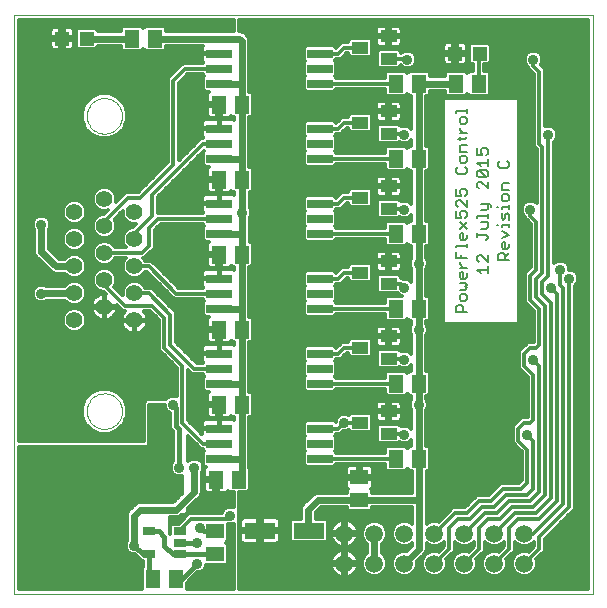
<source format=gtl>
G75*
%MOIN*%
%OFA0B0*%
%FSLAX24Y24*%
%IPPOS*%
%LPD*%
%AMOC8*
5,1,8,0,0,1.08239X$1,22.5*
%
%ADD10C,0.0000*%
%ADD11C,0.0060*%
%ADD12R,0.0512X0.0591*%
%ADD13R,0.0472X0.0472*%
%ADD14C,0.0554*%
%ADD15R,0.0551X0.0394*%
%ADD16R,0.0850X0.0300*%
%ADD17C,0.0594*%
%ADD18R,0.0591X0.0512*%
%ADD19R,0.1024X0.0551*%
%ADD20R,0.0390X0.0272*%
%ADD21C,0.0120*%
%ADD22C,0.0356*%
%ADD23C,0.0240*%
%ADD24C,0.0160*%
D10*
X004062Y003000D02*
X004062Y022292D01*
X023353Y022292D01*
X023353Y003000D01*
X004062Y003000D01*
X006471Y009079D02*
X006473Y009127D01*
X006479Y009175D01*
X006489Y009222D01*
X006502Y009268D01*
X006520Y009313D01*
X006540Y009357D01*
X006565Y009399D01*
X006593Y009438D01*
X006623Y009475D01*
X006657Y009509D01*
X006694Y009541D01*
X006732Y009570D01*
X006773Y009595D01*
X006816Y009617D01*
X006861Y009635D01*
X006907Y009649D01*
X006954Y009660D01*
X007002Y009667D01*
X007050Y009670D01*
X007098Y009669D01*
X007146Y009664D01*
X007194Y009655D01*
X007240Y009643D01*
X007285Y009626D01*
X007329Y009606D01*
X007371Y009583D01*
X007411Y009556D01*
X007449Y009526D01*
X007484Y009493D01*
X007516Y009457D01*
X007546Y009419D01*
X007572Y009378D01*
X007594Y009335D01*
X007614Y009291D01*
X007629Y009246D01*
X007641Y009199D01*
X007649Y009151D01*
X007653Y009103D01*
X007653Y009055D01*
X007649Y009007D01*
X007641Y008959D01*
X007629Y008912D01*
X007614Y008867D01*
X007594Y008823D01*
X007572Y008780D01*
X007546Y008739D01*
X007516Y008701D01*
X007484Y008665D01*
X007449Y008632D01*
X007411Y008602D01*
X007371Y008575D01*
X007329Y008552D01*
X007285Y008532D01*
X007240Y008515D01*
X007194Y008503D01*
X007146Y008494D01*
X007098Y008489D01*
X007050Y008488D01*
X007002Y008491D01*
X006954Y008498D01*
X006907Y008509D01*
X006861Y008523D01*
X006816Y008541D01*
X006773Y008563D01*
X006732Y008588D01*
X006694Y008617D01*
X006657Y008649D01*
X006623Y008683D01*
X006593Y008720D01*
X006565Y008759D01*
X006540Y008801D01*
X006520Y008845D01*
X006502Y008890D01*
X006489Y008936D01*
X006479Y008983D01*
X006473Y009031D01*
X006471Y009079D01*
X006471Y018921D02*
X006473Y018969D01*
X006479Y019017D01*
X006489Y019064D01*
X006502Y019110D01*
X006520Y019155D01*
X006540Y019199D01*
X006565Y019241D01*
X006593Y019280D01*
X006623Y019317D01*
X006657Y019351D01*
X006694Y019383D01*
X006732Y019412D01*
X006773Y019437D01*
X006816Y019459D01*
X006861Y019477D01*
X006907Y019491D01*
X006954Y019502D01*
X007002Y019509D01*
X007050Y019512D01*
X007098Y019511D01*
X007146Y019506D01*
X007194Y019497D01*
X007240Y019485D01*
X007285Y019468D01*
X007329Y019448D01*
X007371Y019425D01*
X007411Y019398D01*
X007449Y019368D01*
X007484Y019335D01*
X007516Y019299D01*
X007546Y019261D01*
X007572Y019220D01*
X007594Y019177D01*
X007614Y019133D01*
X007629Y019088D01*
X007641Y019041D01*
X007649Y018993D01*
X007653Y018945D01*
X007653Y018897D01*
X007649Y018849D01*
X007641Y018801D01*
X007629Y018754D01*
X007614Y018709D01*
X007594Y018665D01*
X007572Y018622D01*
X007546Y018581D01*
X007516Y018543D01*
X007484Y018507D01*
X007449Y018474D01*
X007411Y018444D01*
X007371Y018417D01*
X007329Y018394D01*
X007285Y018374D01*
X007240Y018357D01*
X007194Y018345D01*
X007146Y018336D01*
X007098Y018331D01*
X007050Y018330D01*
X007002Y018333D01*
X006954Y018340D01*
X006907Y018351D01*
X006861Y018365D01*
X006816Y018383D01*
X006773Y018405D01*
X006732Y018430D01*
X006694Y018459D01*
X006657Y018491D01*
X006623Y018525D01*
X006593Y018562D01*
X006565Y018601D01*
X006540Y018643D01*
X006520Y018687D01*
X006502Y018732D01*
X006489Y018778D01*
X006479Y018825D01*
X006473Y018873D01*
X006471Y018921D01*
D11*
X018792Y019022D02*
X018792Y019079D01*
X019132Y019079D01*
X019132Y019022D02*
X019132Y019136D01*
X019075Y018881D02*
X018962Y018881D01*
X018905Y018824D01*
X018905Y018711D01*
X018962Y018654D01*
X019075Y018654D01*
X019132Y018711D01*
X019132Y018824D01*
X019075Y018881D01*
X018905Y018517D02*
X018905Y018460D01*
X019018Y018347D01*
X018905Y018347D02*
X019132Y018347D01*
X019132Y018215D02*
X019075Y018158D01*
X018848Y018158D01*
X018905Y018102D02*
X018905Y018215D01*
X018962Y017960D02*
X019132Y017960D01*
X018962Y017960D02*
X018905Y017903D01*
X018905Y017733D01*
X019132Y017733D01*
X019075Y017592D02*
X018962Y017592D01*
X018905Y017535D01*
X018905Y017422D01*
X018962Y017365D01*
X019075Y017365D01*
X019132Y017422D01*
X019132Y017535D01*
X019075Y017592D01*
X019492Y017610D02*
X019492Y017837D01*
X019605Y017781D02*
X019662Y017837D01*
X019775Y017837D01*
X019832Y017781D01*
X019832Y017667D01*
X019775Y017610D01*
X019662Y017610D02*
X019605Y017724D01*
X019605Y017781D01*
X019662Y017610D02*
X019492Y017610D01*
X019492Y017356D02*
X019832Y017356D01*
X019832Y017469D02*
X019832Y017242D01*
X019775Y017101D02*
X019832Y017044D01*
X019832Y016931D01*
X019775Y016874D01*
X019548Y017101D01*
X019775Y017101D01*
X019605Y017242D02*
X019492Y017356D01*
X019548Y017101D02*
X019492Y017044D01*
X019492Y016931D01*
X019548Y016874D01*
X019775Y016874D01*
X019832Y016732D02*
X019832Y016505D01*
X019605Y016732D01*
X019548Y016732D01*
X019492Y016676D01*
X019492Y016562D01*
X019548Y016505D01*
X019132Y016430D02*
X019132Y016317D01*
X019075Y016260D01*
X018962Y016260D02*
X018905Y016373D01*
X018905Y016430D01*
X018962Y016487D01*
X019075Y016487D01*
X019132Y016430D01*
X018962Y016260D02*
X018792Y016260D01*
X018792Y016487D01*
X018848Y016118D02*
X018792Y016062D01*
X018792Y015948D01*
X018848Y015892D01*
X018792Y015750D02*
X018792Y015523D01*
X018962Y015523D01*
X018905Y015637D01*
X018905Y015693D01*
X018962Y015750D01*
X019075Y015750D01*
X019132Y015693D01*
X019132Y015580D01*
X019075Y015523D01*
X019132Y015382D02*
X018905Y015155D01*
X018962Y015014D02*
X019018Y015014D01*
X019018Y014787D01*
X018962Y014787D02*
X018905Y014843D01*
X018905Y014957D01*
X018962Y015014D01*
X019132Y014957D02*
X019132Y014843D01*
X019075Y014787D01*
X018962Y014787D01*
X019132Y014655D02*
X019132Y014541D01*
X019132Y014598D02*
X018792Y014598D01*
X018792Y014541D01*
X018792Y014400D02*
X018792Y014173D01*
X019132Y014173D01*
X018962Y014173D02*
X018962Y014286D01*
X018905Y014036D02*
X018905Y013979D01*
X019018Y013866D01*
X018905Y013866D02*
X019132Y013866D01*
X019018Y013724D02*
X019018Y013498D01*
X018962Y013498D02*
X018905Y013554D01*
X018905Y013668D01*
X018962Y013724D01*
X019018Y013724D01*
X019132Y013668D02*
X019132Y013554D01*
X019075Y013498D01*
X018962Y013498D01*
X018905Y013356D02*
X019075Y013356D01*
X019132Y013299D01*
X019075Y013243D01*
X019132Y013186D01*
X019075Y013129D01*
X018905Y013129D01*
X018962Y012988D02*
X018905Y012931D01*
X018905Y012818D01*
X018962Y012761D01*
X019075Y012761D01*
X019132Y012818D01*
X019132Y012931D01*
X019075Y012988D01*
X018962Y012988D01*
X018962Y012619D02*
X019018Y012563D01*
X019018Y012393D01*
X019132Y012393D02*
X018792Y012393D01*
X018792Y012563D01*
X018848Y012619D01*
X018962Y012619D01*
X019605Y013682D02*
X019492Y013795D01*
X019832Y013795D01*
X019832Y013682D02*
X019832Y013909D01*
X019832Y014050D02*
X019605Y014277D01*
X019548Y014277D01*
X019492Y014220D01*
X019492Y014107D01*
X019548Y014050D01*
X019832Y014050D02*
X019832Y014277D01*
X020192Y014282D02*
X020248Y014338D01*
X020362Y014338D01*
X020418Y014282D01*
X020418Y014111D01*
X020418Y014225D02*
X020532Y014338D01*
X020475Y014480D02*
X020362Y014480D01*
X020305Y014536D01*
X020305Y014650D01*
X020362Y014707D01*
X020418Y014707D01*
X020418Y014480D01*
X020475Y014480D02*
X020532Y014536D01*
X020532Y014650D01*
X020305Y014848D02*
X020532Y014961D01*
X020305Y015075D01*
X020305Y015216D02*
X020305Y015273D01*
X020532Y015273D01*
X020532Y015216D02*
X020532Y015330D01*
X020532Y015462D02*
X020532Y015632D01*
X020475Y015689D01*
X020418Y015632D01*
X020418Y015519D01*
X020362Y015462D01*
X020305Y015519D01*
X020305Y015689D01*
X020305Y015830D02*
X020305Y015887D01*
X020532Y015887D01*
X020532Y015830D02*
X020532Y015944D01*
X020475Y016076D02*
X020362Y016076D01*
X020305Y016132D01*
X020305Y016246D01*
X020362Y016303D01*
X020475Y016303D01*
X020532Y016246D01*
X020532Y016132D01*
X020475Y016076D01*
X020532Y016444D02*
X020305Y016444D01*
X020305Y016614D01*
X020362Y016671D01*
X020532Y016671D01*
X020475Y017181D02*
X020248Y017181D01*
X020192Y017237D01*
X020192Y017351D01*
X020248Y017408D01*
X020475Y017408D02*
X020532Y017351D01*
X020532Y017237D01*
X020475Y017181D01*
X019889Y015996D02*
X019605Y015996D01*
X019832Y015996D02*
X019832Y015826D01*
X019775Y015769D01*
X019605Y015769D01*
X019492Y015580D02*
X019492Y015523D01*
X019492Y015580D02*
X019832Y015580D01*
X019832Y015523D02*
X019832Y015637D01*
X019832Y015382D02*
X019605Y015382D01*
X019832Y015382D02*
X019832Y015212D01*
X019775Y015155D01*
X019605Y015155D01*
X019492Y015014D02*
X019492Y014900D01*
X019492Y014957D02*
X019775Y014957D01*
X019832Y014900D01*
X019832Y014843D01*
X019775Y014787D01*
X020135Y015273D02*
X020192Y015273D01*
X020192Y015887D02*
X020135Y015887D01*
X019945Y015882D02*
X019945Y015939D01*
X019889Y015996D01*
X019132Y015892D02*
X018905Y016118D01*
X018848Y016118D01*
X019132Y016118D02*
X019132Y015892D01*
X018905Y015382D02*
X019132Y015155D01*
X020192Y014282D02*
X020192Y014111D01*
X020532Y014111D01*
X019075Y016997D02*
X018848Y016997D01*
X018792Y017053D01*
X018792Y017167D01*
X018848Y017223D01*
X019075Y017223D02*
X019132Y017167D01*
X019132Y017053D01*
X019075Y016997D01*
D12*
X017536Y017500D03*
X016788Y017500D03*
X016788Y015000D03*
X017536Y015000D03*
X017536Y012500D03*
X016788Y012500D03*
X016788Y010000D03*
X017536Y010000D03*
X017536Y007500D03*
X016788Y007500D03*
X011536Y006800D03*
X010788Y006800D03*
X010888Y009300D03*
X011636Y009300D03*
X011636Y011800D03*
X010888Y011800D03*
X010888Y014300D03*
X011636Y014300D03*
X011636Y016800D03*
X010888Y016800D03*
X010888Y019300D03*
X011636Y019300D03*
X008736Y021500D03*
X007988Y021500D03*
X016788Y020000D03*
X017536Y020000D03*
X018788Y020000D03*
X019536Y020000D03*
X009436Y003500D03*
X008688Y003500D03*
D13*
X018749Y021000D03*
X019575Y021000D03*
X006475Y021500D03*
X005649Y021500D03*
D14*
X007062Y016155D03*
X007062Y015255D03*
X007062Y014355D03*
X007062Y013455D03*
X007062Y012555D03*
X008062Y013005D03*
X008062Y013905D03*
X008062Y014805D03*
X008062Y015705D03*
X006062Y015705D03*
X006062Y014805D03*
X006062Y013905D03*
X006062Y013005D03*
X006062Y012105D03*
X008062Y012105D03*
D15*
X015589Y011200D03*
X016534Y010826D03*
X016534Y011574D03*
X016534Y013326D03*
X016534Y014074D03*
X015589Y013700D03*
X016534Y015826D03*
X016534Y016574D03*
X015589Y016200D03*
X016534Y018326D03*
X016534Y019074D03*
X015589Y018700D03*
X016534Y020826D03*
X016534Y021574D03*
X015589Y021200D03*
X016534Y009074D03*
X016534Y008326D03*
X015589Y008700D03*
D16*
X014242Y008500D03*
X014242Y008000D03*
X014242Y007500D03*
X014242Y010000D03*
X014242Y010500D03*
X014242Y011000D03*
X014242Y012500D03*
X014242Y013000D03*
X014242Y013500D03*
X014242Y015000D03*
X014242Y015500D03*
X014242Y016000D03*
X014242Y017500D03*
X014242Y018000D03*
X014242Y018500D03*
X014242Y020000D03*
X014242Y020500D03*
X014242Y021000D03*
X010882Y021000D03*
X010882Y020500D03*
X010882Y020000D03*
X010882Y018500D03*
X010882Y018000D03*
X010882Y017500D03*
X010882Y016000D03*
X010882Y015500D03*
X010882Y015000D03*
X010882Y013500D03*
X010882Y013000D03*
X010882Y012500D03*
X010882Y011000D03*
X010882Y010500D03*
X010882Y010000D03*
X010882Y008500D03*
X010882Y008000D03*
X010882Y007500D03*
D17*
X015062Y005000D03*
X015062Y004000D03*
X016062Y004000D03*
X017062Y004000D03*
X018062Y004000D03*
X018062Y005000D03*
X017062Y005000D03*
X016062Y005000D03*
X019062Y005000D03*
X019062Y004000D03*
X020062Y004000D03*
X021062Y004000D03*
X021062Y005000D03*
X020062Y005000D03*
D18*
X015562Y006126D03*
X015562Y006874D03*
X010762Y005074D03*
X010762Y004326D03*
D19*
X012255Y005100D03*
X013869Y005100D03*
D20*
X009570Y005074D03*
X009570Y004700D03*
X009570Y004326D03*
X008550Y004326D03*
X008550Y005074D03*
D21*
X009242Y005133D02*
X009255Y005133D01*
X009242Y005015D02*
X009255Y005015D01*
X009242Y005003D02*
X009242Y005560D01*
X009414Y005560D01*
X009510Y005560D01*
X009598Y005597D01*
X009621Y005620D01*
X009736Y005620D01*
X009842Y005726D01*
X010991Y005726D01*
X011009Y005769D02*
X010972Y005680D01*
X009887Y005680D01*
X009782Y005575D01*
X009537Y005330D01*
X009325Y005330D01*
X009255Y005260D01*
X009255Y004990D01*
X009242Y005003D01*
X009242Y005252D02*
X009255Y005252D01*
X009242Y005370D02*
X009577Y005370D01*
X009696Y005489D02*
X009242Y005489D01*
X009608Y005607D02*
X009814Y005607D01*
X009842Y005726D02*
X009842Y005841D01*
X010198Y006197D01*
X010265Y006264D01*
X010302Y006352D01*
X010302Y007019D01*
X010315Y007031D01*
X010360Y007141D01*
X010360Y007260D01*
X010347Y007290D01*
X010407Y007230D01*
X010445Y007230D01*
X010434Y007224D01*
X010404Y007194D01*
X010383Y007157D01*
X010372Y007117D01*
X010372Y006860D01*
X010728Y006860D01*
X010728Y006740D01*
X010848Y006740D01*
X010848Y006345D01*
X011065Y006345D01*
X011106Y006356D01*
X011142Y006377D01*
X011172Y006407D01*
X011185Y006430D01*
X011230Y006385D01*
X011382Y006385D01*
X011382Y005873D01*
X011321Y005898D01*
X011203Y005898D01*
X011093Y005853D01*
X011009Y005769D01*
X011084Y005844D02*
X009845Y005844D01*
X009964Y005963D02*
X011382Y005963D01*
X011382Y006081D02*
X010082Y006081D01*
X010201Y006200D02*
X011382Y006200D01*
X011382Y006318D02*
X010288Y006318D01*
X010302Y006437D02*
X010387Y006437D01*
X010383Y006443D02*
X010404Y006407D01*
X010434Y006377D01*
X010470Y006356D01*
X010511Y006345D01*
X010728Y006345D01*
X010728Y006740D01*
X010372Y006740D01*
X010372Y006484D01*
X010383Y006443D01*
X010372Y006555D02*
X010302Y006555D01*
X010302Y006674D02*
X010372Y006674D01*
X010302Y006792D02*
X010728Y006792D01*
X010728Y006674D02*
X010848Y006674D01*
X010848Y006555D02*
X010728Y006555D01*
X010728Y006437D02*
X010848Y006437D01*
X010372Y006911D02*
X010302Y006911D01*
X010312Y007029D02*
X010372Y007029D01*
X010360Y007148D02*
X010380Y007148D01*
X010371Y007266D02*
X010357Y007266D01*
X010337Y007315D02*
X010315Y007369D01*
X010231Y007453D01*
X010121Y007498D01*
X010003Y007498D01*
X009893Y007453D01*
X009842Y007402D01*
X009842Y008266D01*
X010287Y007820D01*
X010337Y007820D01*
X010337Y007801D01*
X010387Y007750D01*
X010337Y007700D01*
X010337Y007315D01*
X010337Y007385D02*
X010299Y007385D01*
X010337Y007503D02*
X009842Y007503D01*
X009842Y007622D02*
X010337Y007622D01*
X010377Y007740D02*
X009842Y007740D01*
X009842Y007859D02*
X010249Y007859D01*
X010130Y007977D02*
X009842Y007977D01*
X009842Y008096D02*
X010012Y008096D01*
X009893Y008214D02*
X009842Y008214D01*
X010047Y008570D02*
X010297Y008570D01*
X010297Y008515D02*
X010867Y008515D01*
X010867Y008485D01*
X010297Y008485D01*
X010297Y008329D01*
X010300Y008316D01*
X009842Y008775D01*
X009842Y010466D01*
X009882Y010426D01*
X009987Y010320D01*
X010337Y010320D01*
X010337Y010301D01*
X010387Y010250D01*
X010337Y010200D01*
X010337Y009801D01*
X010407Y009730D01*
X010545Y009730D01*
X010534Y009724D01*
X010504Y009694D01*
X010483Y009657D01*
X010472Y009617D01*
X010472Y009360D01*
X010828Y009360D01*
X010828Y009240D01*
X010948Y009240D01*
X010948Y008845D01*
X011165Y008845D01*
X011206Y008856D01*
X011242Y008877D01*
X011272Y008907D01*
X011285Y008930D01*
X011330Y008885D01*
X011382Y008885D01*
X011382Y008792D01*
X011369Y008799D01*
X011328Y008810D01*
X010897Y008810D01*
X010897Y008515D01*
X010867Y008515D01*
X010867Y008810D01*
X010436Y008810D01*
X010395Y008799D01*
X010359Y008778D01*
X010329Y008748D01*
X010308Y008712D01*
X010297Y008671D01*
X010297Y008515D01*
X010297Y008451D02*
X010165Y008451D01*
X010284Y008333D02*
X010297Y008333D01*
X010362Y008000D02*
X009662Y008700D01*
X009662Y010600D01*
X009062Y011200D01*
X009062Y012200D01*
X008662Y012600D01*
X007762Y012600D01*
X007062Y013300D01*
X007062Y013455D01*
X007432Y013310D02*
X007805Y013310D01*
X007837Y013341D02*
X007725Y013230D01*
X007665Y013084D01*
X007665Y012952D01*
X007393Y013224D01*
X007399Y013230D01*
X007459Y013376D01*
X007459Y013534D01*
X007399Y013680D01*
X007287Y013791D01*
X007141Y013852D01*
X006983Y013852D01*
X006837Y013791D01*
X006725Y013680D01*
X006665Y013534D01*
X006665Y013376D01*
X006725Y013230D01*
X006837Y013118D01*
X006983Y013057D01*
X007050Y013057D01*
X007120Y012988D01*
X007096Y012992D01*
X007090Y012992D01*
X007090Y012583D01*
X007033Y012583D01*
X007033Y012526D01*
X006625Y012526D01*
X006625Y012520D01*
X006635Y012452D01*
X006657Y012387D01*
X006688Y012325D01*
X006728Y012270D01*
X006777Y012221D01*
X006833Y012181D01*
X006894Y012149D01*
X006960Y012128D01*
X007027Y012117D01*
X007033Y012117D01*
X007033Y012526D01*
X007090Y012526D01*
X007090Y012117D01*
X007096Y012117D01*
X007164Y012128D01*
X007230Y012149D01*
X007291Y012181D01*
X007347Y012221D01*
X007395Y012270D01*
X007436Y012325D01*
X007467Y012387D01*
X007488Y012452D01*
X007499Y012520D01*
X007499Y012526D01*
X007090Y012526D01*
X007090Y012583D01*
X007499Y012583D01*
X007499Y012589D01*
X007495Y012612D01*
X007582Y012526D01*
X007687Y012420D01*
X007759Y012420D01*
X007728Y012389D01*
X007688Y012334D01*
X007657Y012272D01*
X007635Y012207D01*
X007625Y012139D01*
X007625Y012133D01*
X008033Y012133D01*
X008033Y012076D01*
X007625Y012076D01*
X007625Y012070D01*
X007635Y012002D01*
X007657Y011937D01*
X007688Y011875D01*
X007728Y011820D01*
X007777Y011771D01*
X007833Y011731D01*
X007894Y011699D01*
X007960Y011678D01*
X008027Y011667D01*
X008033Y011667D01*
X008033Y012076D01*
X008090Y012076D01*
X008090Y011667D01*
X008096Y011667D01*
X008164Y011678D01*
X008230Y011699D01*
X008291Y011731D01*
X008347Y011771D01*
X008395Y011820D01*
X008436Y011875D01*
X008467Y011937D01*
X008488Y012002D01*
X008499Y012070D01*
X008499Y012076D01*
X008090Y012076D01*
X008090Y012133D01*
X008499Y012133D01*
X008499Y012139D01*
X008488Y012207D01*
X008467Y012272D01*
X008436Y012334D01*
X008395Y012389D01*
X008364Y012420D01*
X008587Y012420D01*
X008882Y012126D01*
X008882Y011126D01*
X009482Y010526D01*
X009482Y009573D01*
X009421Y009598D01*
X009303Y009598D01*
X009193Y009553D01*
X009120Y009480D01*
X008487Y009480D01*
X008382Y009375D01*
X008382Y008080D01*
X004222Y008080D01*
X004222Y022132D01*
X011382Y022132D01*
X011382Y021740D01*
X009112Y021740D01*
X009112Y021845D01*
X009042Y021916D01*
X008430Y021916D01*
X008362Y021847D01*
X008293Y021916D01*
X007682Y021916D01*
X007612Y021845D01*
X007612Y021740D01*
X006831Y021740D01*
X006831Y021786D01*
X006761Y021856D01*
X006189Y021856D01*
X006119Y021786D01*
X006119Y021214D01*
X006189Y021144D01*
X006761Y021144D01*
X006831Y021214D01*
X006831Y021260D01*
X007612Y021260D01*
X007612Y021155D01*
X007682Y021085D01*
X008293Y021085D01*
X008362Y021153D01*
X008430Y021085D01*
X009042Y021085D01*
X009112Y021155D01*
X009112Y021260D01*
X010341Y021260D01*
X010329Y021248D01*
X010308Y021212D01*
X010297Y021171D01*
X010297Y021015D01*
X010867Y021015D01*
X010867Y020985D01*
X010297Y020985D01*
X010297Y020829D01*
X010308Y020788D01*
X010329Y020752D01*
X010359Y020722D01*
X010337Y020700D01*
X010337Y020680D01*
X009687Y020680D01*
X009582Y020575D01*
X009182Y020175D01*
X009182Y017375D01*
X008187Y016380D01*
X007787Y016380D01*
X007682Y016275D01*
X007682Y016275D01*
X007442Y016035D01*
X007459Y016076D01*
X007459Y016234D01*
X007399Y016380D01*
X007287Y016491D01*
X007141Y016552D01*
X006983Y016552D01*
X006837Y016491D01*
X006725Y016380D01*
X006665Y016234D01*
X006665Y016076D01*
X006725Y015930D01*
X006837Y015818D01*
X006983Y015757D01*
X007141Y015757D01*
X007181Y015774D01*
X007059Y015652D01*
X006983Y015652D01*
X006837Y015591D01*
X006725Y015480D01*
X006665Y015334D01*
X006665Y015176D01*
X006725Y015030D01*
X006837Y014918D01*
X006983Y014857D01*
X007141Y014857D01*
X007287Y014918D01*
X007399Y015030D01*
X007459Y015176D01*
X007459Y015334D01*
X007399Y015480D01*
X007397Y015481D01*
X007665Y015749D01*
X007665Y015626D01*
X007725Y015480D01*
X007837Y015368D01*
X007983Y015307D01*
X008114Y015307D01*
X008009Y015202D01*
X007983Y015202D01*
X007837Y015141D01*
X007725Y015030D01*
X007665Y014884D01*
X007665Y014726D01*
X007725Y014580D01*
X007770Y014535D01*
X007417Y014535D01*
X007399Y014580D01*
X007287Y014691D01*
X007141Y014752D01*
X006983Y014752D01*
X006837Y014691D01*
X006725Y014580D01*
X006665Y014434D01*
X006665Y014276D01*
X006725Y014130D01*
X006837Y014018D01*
X006983Y013957D01*
X007141Y013957D01*
X007287Y014018D01*
X007399Y014130D01*
X007417Y014175D01*
X007770Y014175D01*
X007725Y014130D01*
X007665Y013984D01*
X007665Y013826D01*
X007725Y013680D01*
X007837Y013568D01*
X007983Y013507D01*
X008141Y013507D01*
X008287Y013568D01*
X008399Y013680D01*
X008417Y013725D01*
X008483Y013725D01*
X009282Y012926D01*
X009387Y012820D01*
X010337Y012820D01*
X010337Y012801D01*
X010387Y012750D01*
X010337Y012700D01*
X010337Y012301D01*
X010407Y012230D01*
X010545Y012230D01*
X010534Y012224D01*
X010504Y012194D01*
X010483Y012157D01*
X010472Y012117D01*
X010472Y011860D01*
X010828Y011860D01*
X010828Y011740D01*
X010948Y011740D01*
X010948Y011345D01*
X011165Y011345D01*
X011206Y011356D01*
X011242Y011377D01*
X011272Y011407D01*
X011285Y011430D01*
X011330Y011385D01*
X011382Y011385D01*
X011382Y011292D01*
X011369Y011299D01*
X011328Y011310D01*
X010897Y011310D01*
X010897Y011015D01*
X010867Y011015D01*
X010867Y010985D01*
X010297Y010985D01*
X010297Y010829D01*
X010308Y010788D01*
X010329Y010752D01*
X010359Y010722D01*
X010337Y010700D01*
X010337Y010680D01*
X010136Y010680D01*
X009442Y011375D01*
X009442Y012375D01*
X009336Y012480D01*
X010337Y012480D01*
X010337Y012362D02*
X009442Y012362D01*
X009442Y012243D02*
X010394Y012243D01*
X010474Y012125D02*
X009442Y012125D01*
X009442Y012006D02*
X010472Y012006D01*
X010472Y011888D02*
X009442Y011888D01*
X009442Y011769D02*
X010828Y011769D01*
X010828Y011740D02*
X010472Y011740D01*
X010472Y011484D01*
X010483Y011443D01*
X010504Y011407D01*
X010534Y011377D01*
X010570Y011356D01*
X010611Y011345D01*
X010828Y011345D01*
X010828Y011740D01*
X010828Y011651D02*
X010948Y011651D01*
X010948Y011532D02*
X010828Y011532D01*
X010828Y011414D02*
X010948Y011414D01*
X010897Y011295D02*
X010867Y011295D01*
X010867Y011310D02*
X010436Y011310D01*
X010395Y011299D01*
X010359Y011278D01*
X010329Y011248D01*
X010308Y011212D01*
X010297Y011171D01*
X010297Y011015D01*
X010867Y011015D01*
X010867Y011310D01*
X010867Y011177D02*
X010897Y011177D01*
X010897Y011058D02*
X010867Y011058D01*
X010500Y011414D02*
X009442Y011414D01*
X009442Y011532D02*
X010472Y011532D01*
X010472Y011651D02*
X009442Y011651D01*
X009521Y011295D02*
X010388Y011295D01*
X010298Y011177D02*
X009640Y011177D01*
X009758Y011058D02*
X010297Y011058D01*
X010297Y010940D02*
X009877Y010940D01*
X009995Y010821D02*
X010299Y010821D01*
X010359Y010722D02*
X010359Y010722D01*
X010340Y010703D02*
X010114Y010703D01*
X010062Y010500D02*
X010882Y010500D01*
X010366Y010229D02*
X009842Y010229D01*
X009842Y010347D02*
X009960Y010347D01*
X010062Y010500D02*
X009262Y011300D01*
X009262Y012300D01*
X008558Y013005D01*
X008062Y013005D01*
X008417Y013185D02*
X008399Y013230D01*
X008287Y013341D01*
X008141Y013402D01*
X007983Y013402D01*
X007837Y013341D01*
X007709Y013191D02*
X007425Y013191D01*
X007544Y013073D02*
X007665Y013073D01*
X007662Y012954D02*
X007665Y012954D01*
X007509Y012599D02*
X007498Y012599D01*
X007493Y012480D02*
X007627Y012480D01*
X007708Y012362D02*
X007454Y012362D01*
X007369Y012243D02*
X007647Y012243D01*
X007635Y012006D02*
X006451Y012006D01*
X006459Y012026D02*
X006399Y011880D01*
X006287Y011768D01*
X006141Y011707D01*
X005983Y011707D01*
X005837Y011768D01*
X005725Y011880D01*
X005665Y012026D01*
X005665Y012184D01*
X005725Y012330D01*
X005837Y012441D01*
X005983Y012502D01*
X006141Y012502D01*
X006287Y012441D01*
X006399Y012330D01*
X006459Y012184D01*
X006459Y012026D01*
X006459Y012125D02*
X006981Y012125D01*
X007033Y012125D02*
X007090Y012125D01*
X007143Y012125D02*
X008033Y012125D01*
X008090Y012125D02*
X008882Y012125D01*
X008882Y012006D02*
X008489Y012006D01*
X008442Y011888D02*
X008882Y011888D01*
X008882Y011769D02*
X008344Y011769D01*
X008090Y011769D02*
X008033Y011769D01*
X008033Y011888D02*
X008090Y011888D01*
X008090Y012006D02*
X008033Y012006D01*
X007780Y011769D02*
X006288Y011769D01*
X006402Y011888D02*
X007682Y011888D01*
X007090Y012243D02*
X007033Y012243D01*
X007033Y012362D02*
X007090Y012362D01*
X007090Y012480D02*
X007033Y012480D01*
X007033Y012583D02*
X006625Y012583D01*
X006625Y012589D01*
X006635Y012657D01*
X006657Y012722D01*
X006688Y012784D01*
X006728Y012839D01*
X006777Y012888D01*
X006833Y012928D01*
X006894Y012960D01*
X006960Y012981D01*
X007027Y012992D01*
X007033Y012992D01*
X007033Y012583D01*
X007033Y012599D02*
X007090Y012599D01*
X007090Y012717D02*
X007033Y012717D01*
X007033Y012836D02*
X007090Y012836D01*
X007090Y012954D02*
X007033Y012954D01*
X006946Y013073D02*
X006459Y013073D01*
X006459Y013084D02*
X006399Y013230D01*
X006287Y013341D01*
X006141Y013402D01*
X005983Y013402D01*
X005837Y013341D01*
X005740Y013245D01*
X005139Y013245D01*
X005131Y013253D01*
X005021Y013298D01*
X004903Y013298D01*
X004793Y013253D01*
X004709Y013169D01*
X004664Y013060D01*
X004664Y012941D01*
X004709Y012831D01*
X004793Y012748D01*
X004903Y012702D01*
X005021Y012702D01*
X005131Y012748D01*
X005148Y012765D01*
X005740Y012765D01*
X005837Y012668D01*
X005983Y012607D01*
X006141Y012607D01*
X006287Y012668D01*
X006399Y012780D01*
X006459Y012926D01*
X006459Y013084D01*
X006414Y013191D02*
X006764Y013191D01*
X006692Y013310D02*
X006318Y013310D01*
X006236Y013547D02*
X006670Y013547D01*
X006665Y013428D02*
X004222Y013428D01*
X004222Y013310D02*
X005805Y013310D01*
X005888Y013547D02*
X004222Y013547D01*
X004222Y013665D02*
X005408Y013665D01*
X005410Y013665D02*
X005740Y013665D01*
X005837Y013568D01*
X005983Y013507D01*
X006141Y013507D01*
X006287Y013568D01*
X006399Y013680D01*
X006459Y013826D01*
X006459Y013984D01*
X006399Y014130D01*
X006287Y014241D01*
X006141Y014302D01*
X005983Y014302D01*
X005837Y014241D01*
X005740Y014145D01*
X005557Y014145D01*
X005202Y014500D01*
X005202Y015119D01*
X005215Y015131D01*
X005260Y015241D01*
X005260Y015360D01*
X005215Y015469D01*
X005131Y015553D01*
X005021Y015598D01*
X004903Y015598D01*
X004793Y015553D01*
X004709Y015469D01*
X004664Y015360D01*
X004664Y015241D01*
X004709Y015131D01*
X004722Y015119D01*
X004722Y014352D01*
X004758Y014264D01*
X004826Y014197D01*
X005322Y013701D01*
X005410Y013665D01*
X005239Y013784D02*
X004222Y013784D01*
X004222Y013902D02*
X005120Y013902D01*
X005002Y014021D02*
X004222Y014021D01*
X004222Y014139D02*
X004883Y014139D01*
X004765Y014258D02*
X004222Y014258D01*
X004222Y014376D02*
X004722Y014376D01*
X004722Y014495D02*
X004222Y014495D01*
X004222Y014613D02*
X004722Y014613D01*
X004722Y014732D02*
X004222Y014732D01*
X004222Y014850D02*
X004722Y014850D01*
X004722Y014969D02*
X004222Y014969D01*
X004222Y015087D02*
X004722Y015087D01*
X004678Y015206D02*
X004222Y015206D01*
X004222Y015324D02*
X004664Y015324D01*
X004698Y015443D02*
X004222Y015443D01*
X004222Y015561D02*
X004813Y015561D01*
X005111Y015561D02*
X005691Y015561D01*
X005665Y015626D02*
X005725Y015480D01*
X005837Y015368D01*
X005983Y015307D01*
X006141Y015307D01*
X006287Y015368D01*
X006399Y015480D01*
X006459Y015626D01*
X006459Y015784D01*
X006399Y015930D01*
X006287Y016041D01*
X006141Y016102D01*
X005983Y016102D01*
X005837Y016041D01*
X005725Y015930D01*
X005665Y015784D01*
X005665Y015626D01*
X005665Y015680D02*
X004222Y015680D01*
X004222Y015798D02*
X005671Y015798D01*
X005720Y015917D02*
X004222Y015917D01*
X004222Y016035D02*
X005831Y016035D01*
X006293Y016035D02*
X006681Y016035D01*
X006665Y016154D02*
X004222Y016154D01*
X004222Y016272D02*
X006681Y016272D01*
X006736Y016391D02*
X004222Y016391D01*
X004222Y016509D02*
X006880Y016509D01*
X007243Y016509D02*
X008316Y016509D01*
X008198Y016391D02*
X007387Y016391D01*
X007443Y016272D02*
X007679Y016272D01*
X007561Y016154D02*
X007459Y016154D01*
X007862Y016200D02*
X008262Y016200D01*
X009362Y017300D01*
X009362Y020100D01*
X009762Y020500D01*
X010882Y020500D01*
X010387Y020250D02*
X010337Y020200D01*
X010337Y019801D01*
X010407Y019730D01*
X010545Y019730D01*
X010534Y019724D01*
X010504Y019694D01*
X010483Y019657D01*
X010472Y019617D01*
X010472Y019360D01*
X010828Y019360D01*
X010828Y019240D01*
X010948Y019240D01*
X010948Y018845D01*
X011165Y018845D01*
X011206Y018856D01*
X011242Y018877D01*
X011272Y018907D01*
X011285Y018930D01*
X011330Y018885D01*
X011382Y018885D01*
X011382Y018792D01*
X011369Y018799D01*
X011328Y018810D01*
X010897Y018810D01*
X010897Y018515D01*
X010867Y018515D01*
X010867Y018485D01*
X010297Y018485D01*
X010297Y018329D01*
X010308Y018288D01*
X010329Y018252D01*
X010359Y018222D01*
X010337Y018200D01*
X010337Y018180D01*
X010287Y018180D01*
X010182Y018075D01*
X009542Y017435D01*
X009542Y020026D01*
X009836Y020320D01*
X010337Y020320D01*
X010337Y020301D01*
X009817Y020301D01*
X009699Y020183D02*
X010337Y020183D01*
X010387Y020250D02*
X010337Y020301D01*
X010337Y020064D02*
X009580Y020064D01*
X009542Y019946D02*
X010337Y019946D01*
X010337Y019827D02*
X009542Y019827D01*
X009542Y019709D02*
X010519Y019709D01*
X010472Y019590D02*
X009542Y019590D01*
X009542Y019472D02*
X010472Y019472D01*
X010472Y019240D02*
X010472Y018984D01*
X010483Y018943D01*
X010504Y018907D01*
X010534Y018877D01*
X010570Y018856D01*
X010611Y018845D01*
X010828Y018845D01*
X010828Y019240D01*
X010472Y019240D01*
X010472Y019235D02*
X009542Y019235D01*
X009542Y019353D02*
X010828Y019353D01*
X010828Y019235D02*
X010948Y019235D01*
X010948Y019116D02*
X010828Y019116D01*
X010828Y018998D02*
X010948Y018998D01*
X010948Y018879D02*
X010828Y018879D01*
X010867Y018810D02*
X010436Y018810D01*
X010395Y018799D01*
X010359Y018778D01*
X010329Y018748D01*
X010308Y018712D01*
X010297Y018671D01*
X010297Y018515D01*
X010867Y018515D01*
X010867Y018810D01*
X010867Y018761D02*
X010897Y018761D01*
X010897Y018642D02*
X010867Y018642D01*
X010867Y018524D02*
X010897Y018524D01*
X011244Y018879D02*
X011382Y018879D01*
X011876Y018879D02*
X014986Y018879D01*
X014987Y018880D02*
X014882Y018775D01*
X014787Y018680D01*
X014787Y018700D01*
X014717Y018770D01*
X013767Y018770D01*
X013697Y018700D01*
X013697Y018301D01*
X013747Y018250D01*
X013697Y018200D01*
X013697Y017801D01*
X013747Y017750D01*
X013697Y017700D01*
X013697Y017301D01*
X013767Y017230D01*
X014717Y017230D01*
X014787Y017301D01*
X014787Y017320D01*
X016412Y017320D01*
X016412Y017155D01*
X016482Y017085D01*
X017093Y017085D01*
X017162Y017153D01*
X017230Y017085D01*
X017296Y017085D01*
X017296Y015988D01*
X017231Y016053D01*
X017121Y016098D01*
X017003Y016098D01*
X016930Y016068D01*
X016930Y016073D01*
X016860Y016143D01*
X016209Y016143D01*
X016139Y016073D01*
X016139Y015580D01*
X016209Y015509D01*
X016860Y015509D01*
X016896Y015546D01*
X017003Y015502D01*
X017121Y015502D01*
X017231Y015548D01*
X017296Y015613D01*
X017296Y015416D01*
X017230Y015416D01*
X017162Y015347D01*
X017093Y015416D01*
X016482Y015416D01*
X016412Y015345D01*
X016412Y015180D01*
X014787Y015180D01*
X014787Y015200D01*
X014737Y015250D01*
X014787Y015301D01*
X014787Y015700D01*
X014737Y015750D01*
X014787Y015801D01*
X014787Y015820D01*
X014936Y015820D01*
X015136Y016020D01*
X015194Y016020D01*
X015194Y015954D01*
X015264Y015883D01*
X015915Y015883D01*
X015985Y015954D01*
X015985Y016447D01*
X015915Y016517D01*
X015264Y016517D01*
X015194Y016447D01*
X015194Y016380D01*
X014987Y016380D01*
X014882Y016275D01*
X014787Y016180D01*
X014787Y016200D01*
X014717Y016270D01*
X013767Y016270D01*
X013697Y016200D01*
X013697Y015801D01*
X013747Y015750D01*
X013697Y015700D01*
X013697Y015301D01*
X013747Y015250D01*
X013697Y015200D01*
X013697Y014801D01*
X013767Y014730D01*
X014717Y014730D01*
X014787Y014801D01*
X014787Y014820D01*
X016412Y014820D01*
X016412Y014655D01*
X016482Y014585D01*
X017093Y014585D01*
X017162Y014653D01*
X017230Y014585D01*
X017296Y014585D01*
X017296Y014182D01*
X017283Y014169D01*
X017238Y014060D01*
X017238Y013941D01*
X017283Y013831D01*
X017296Y013819D01*
X017296Y013388D01*
X017231Y013453D01*
X017121Y013498D01*
X017018Y013498D01*
X017010Y013506D01*
X016930Y013506D01*
X016930Y013573D01*
X016860Y013643D01*
X016209Y013643D01*
X016139Y013573D01*
X016139Y013080D01*
X016209Y013009D01*
X016831Y013009D01*
X016893Y012948D01*
X016970Y012916D01*
X016482Y012916D01*
X016412Y012845D01*
X016412Y012680D01*
X014787Y012680D01*
X014787Y012700D01*
X014737Y012750D01*
X014787Y012801D01*
X014787Y013200D01*
X014737Y013250D01*
X014787Y013301D01*
X014787Y013320D01*
X014936Y013320D01*
X015136Y013520D01*
X015194Y013520D01*
X015194Y013454D01*
X015264Y013383D01*
X015915Y013383D01*
X015985Y013454D01*
X015985Y013947D01*
X015915Y014017D01*
X015264Y014017D01*
X015194Y013947D01*
X015194Y013880D01*
X014987Y013880D01*
X014882Y013775D01*
X014787Y013680D01*
X014787Y013700D01*
X014717Y013770D01*
X013767Y013770D01*
X013697Y013700D01*
X013697Y013301D01*
X013747Y013250D01*
X013697Y013200D01*
X013697Y012801D01*
X013747Y012750D01*
X013697Y012700D01*
X013697Y012301D01*
X013767Y012230D01*
X014717Y012230D01*
X014787Y012301D01*
X014787Y012320D01*
X016412Y012320D01*
X016412Y012155D01*
X016482Y012085D01*
X017093Y012085D01*
X017162Y012153D01*
X017230Y012085D01*
X017296Y012085D01*
X017296Y011982D01*
X017283Y011969D01*
X017238Y011860D01*
X017238Y011741D01*
X017283Y011631D01*
X017296Y011619D01*
X017296Y010988D01*
X017231Y011053D01*
X017121Y011098D01*
X017003Y011098D01*
X016930Y011068D01*
X016930Y011073D01*
X016860Y011143D01*
X016209Y011143D01*
X016139Y011073D01*
X016139Y010580D01*
X016209Y010509D01*
X016860Y010509D01*
X016896Y010546D01*
X017003Y010502D01*
X017121Y010502D01*
X017231Y010548D01*
X017296Y010613D01*
X017296Y010416D01*
X017230Y010416D01*
X017162Y010347D01*
X017093Y010416D01*
X016482Y010416D01*
X016412Y010345D01*
X016412Y010180D01*
X014787Y010180D01*
X014787Y010200D01*
X014737Y010250D01*
X014787Y010301D01*
X014787Y010700D01*
X014737Y010750D01*
X014787Y010801D01*
X014787Y010820D01*
X014936Y010820D01*
X015136Y011020D01*
X015194Y011020D01*
X015194Y010954D01*
X015264Y010883D01*
X015915Y010883D01*
X015985Y010954D01*
X015985Y011447D01*
X015915Y011517D01*
X015264Y011517D01*
X015194Y011447D01*
X015194Y011380D01*
X014987Y011380D01*
X014882Y011275D01*
X014787Y011180D01*
X014787Y011200D01*
X014717Y011270D01*
X013767Y011270D01*
X013697Y011200D01*
X013697Y010801D01*
X013747Y010750D01*
X013697Y010700D01*
X013697Y010301D01*
X013747Y010250D01*
X013697Y010200D01*
X013697Y009801D01*
X013767Y009730D01*
X014717Y009730D01*
X014787Y009801D01*
X014787Y009820D01*
X016412Y009820D01*
X016412Y009655D01*
X016482Y009585D01*
X017093Y009585D01*
X017162Y009653D01*
X017230Y009585D01*
X017296Y009585D01*
X017296Y009482D01*
X017283Y009469D01*
X017238Y009360D01*
X017238Y009241D01*
X017283Y009131D01*
X017296Y009119D01*
X017296Y008488D01*
X017231Y008553D01*
X017121Y008598D01*
X017003Y008598D01*
X016930Y008568D01*
X016930Y008573D01*
X016860Y008643D01*
X016209Y008643D01*
X016139Y008573D01*
X016139Y008080D01*
X016209Y008009D01*
X016860Y008009D01*
X016896Y008046D01*
X017003Y008002D01*
X017121Y008002D01*
X017231Y008048D01*
X017296Y008113D01*
X017296Y007916D01*
X017230Y007916D01*
X017162Y007847D01*
X017093Y007916D01*
X016482Y007916D01*
X016412Y007845D01*
X016412Y007680D01*
X014787Y007680D01*
X014787Y007700D01*
X014737Y007750D01*
X014787Y007801D01*
X014787Y008200D01*
X014737Y008250D01*
X014787Y008301D01*
X014787Y008320D01*
X014936Y008320D01*
X015018Y008402D01*
X015121Y008402D01*
X015209Y008439D01*
X015264Y008383D01*
X015915Y008383D01*
X015985Y008454D01*
X015985Y008947D01*
X015915Y009017D01*
X015264Y009017D01*
X015209Y008962D01*
X015121Y008998D01*
X015003Y008998D01*
X014893Y008953D01*
X014809Y008869D01*
X014764Y008760D01*
X014764Y008723D01*
X014717Y008770D01*
X013767Y008770D01*
X013697Y008700D01*
X013697Y008301D01*
X013747Y008250D01*
X013697Y008200D01*
X013697Y007801D01*
X013747Y007750D01*
X013697Y007700D01*
X013697Y007301D01*
X013767Y007230D01*
X014717Y007230D01*
X014787Y007301D01*
X014787Y007320D01*
X016412Y007320D01*
X016412Y007155D01*
X016482Y007085D01*
X017093Y007085D01*
X017162Y007153D01*
X017230Y007085D01*
X017322Y007085D01*
X017322Y006366D01*
X015977Y006366D01*
X015977Y006432D01*
X015932Y006477D01*
X015955Y006490D01*
X015985Y006520D01*
X016006Y006557D01*
X016017Y006597D01*
X016017Y006814D01*
X015622Y006814D01*
X015622Y006934D01*
X016017Y006934D01*
X016017Y007151D01*
X016006Y007192D01*
X015985Y007228D01*
X015955Y007258D01*
X015919Y007279D01*
X015878Y007290D01*
X015622Y007290D01*
X015622Y006934D01*
X015502Y006934D01*
X015502Y006814D01*
X015107Y006814D01*
X015107Y006597D01*
X015118Y006557D01*
X015139Y006520D01*
X015168Y006490D01*
X015192Y006477D01*
X015147Y006432D01*
X015147Y006366D01*
X014140Y006366D01*
X014052Y006330D01*
X013726Y006004D01*
X013658Y005936D01*
X013622Y005848D01*
X013622Y005496D01*
X013307Y005496D01*
X013237Y005426D01*
X013237Y004775D01*
X013307Y004705D01*
X014430Y004705D01*
X014501Y004775D01*
X014501Y005426D01*
X014430Y005496D01*
X014102Y005496D01*
X014102Y005701D01*
X014287Y005886D01*
X015147Y005886D01*
X015147Y005821D01*
X015217Y005750D01*
X015907Y005750D01*
X015977Y005821D01*
X015977Y005886D01*
X017322Y005886D01*
X017322Y005330D01*
X017298Y005354D01*
X017145Y005417D01*
X016979Y005417D01*
X016826Y005354D01*
X016709Y005236D01*
X016645Y005083D01*
X016645Y004917D01*
X016709Y004764D01*
X016826Y004647D01*
X016979Y004583D01*
X017145Y004583D01*
X017298Y004647D01*
X017322Y004671D01*
X017322Y004600D01*
X017139Y004417D01*
X016979Y004417D01*
X016826Y004354D01*
X016709Y004236D01*
X016645Y004083D01*
X016645Y003917D01*
X016709Y003764D01*
X016826Y003647D01*
X016979Y003583D01*
X017145Y003583D01*
X017298Y003647D01*
X017415Y003764D01*
X017479Y003917D01*
X017479Y004078D01*
X017698Y004297D01*
X017765Y004364D01*
X017802Y004452D01*
X017802Y004671D01*
X017826Y004647D01*
X017979Y004583D01*
X018145Y004583D01*
X018298Y004647D01*
X018382Y004731D01*
X018382Y004575D01*
X018201Y004394D01*
X018145Y004417D01*
X017979Y004417D01*
X017826Y004354D01*
X017709Y004236D01*
X017645Y004083D01*
X017645Y003917D01*
X017709Y003764D01*
X017826Y003647D01*
X017979Y003583D01*
X018145Y003583D01*
X018298Y003647D01*
X018415Y003764D01*
X018479Y003917D01*
X018479Y004083D01*
X018455Y004139D01*
X018636Y004320D01*
X018742Y004426D01*
X018742Y004731D01*
X018826Y004647D01*
X018979Y004583D01*
X019145Y004583D01*
X019298Y004647D01*
X019382Y004731D01*
X019382Y004575D01*
X019201Y004394D01*
X019145Y004417D01*
X018979Y004417D01*
X018826Y004354D01*
X018709Y004236D01*
X018645Y004083D01*
X018645Y003917D01*
X018709Y003764D01*
X018826Y003647D01*
X018979Y003583D01*
X019145Y003583D01*
X019298Y003647D01*
X019415Y003764D01*
X019479Y003917D01*
X019479Y004083D01*
X019455Y004139D01*
X019636Y004320D01*
X019636Y004320D01*
X019742Y004426D01*
X019742Y004731D01*
X019826Y004647D01*
X019979Y004583D01*
X020145Y004583D01*
X020298Y004647D01*
X020382Y004731D01*
X020382Y004575D01*
X020201Y004394D01*
X020145Y004417D01*
X019979Y004417D01*
X019826Y004354D01*
X019709Y004236D01*
X019645Y004083D01*
X019645Y003917D01*
X019709Y003764D01*
X019826Y003647D01*
X019979Y003583D01*
X020145Y003583D01*
X020298Y003647D01*
X020415Y003764D01*
X020479Y003917D01*
X020479Y004083D01*
X020455Y004139D01*
X020636Y004320D01*
X020742Y004426D01*
X020742Y004731D01*
X020826Y004647D01*
X020979Y004583D01*
X021145Y004583D01*
X021298Y004647D01*
X021382Y004731D01*
X021382Y004575D01*
X021201Y004394D01*
X021145Y004417D01*
X020979Y004417D01*
X020826Y004354D01*
X020709Y004236D01*
X020645Y004083D01*
X020645Y003917D01*
X020709Y003764D01*
X020826Y003647D01*
X020979Y003583D01*
X021145Y003583D01*
X021298Y003647D01*
X021415Y003764D01*
X021479Y003917D01*
X021479Y004083D01*
X021455Y004139D01*
X021636Y004320D01*
X021636Y004320D01*
X021742Y004426D01*
X021742Y004826D01*
X022636Y005720D01*
X022742Y005826D01*
X022742Y013259D01*
X022815Y013331D01*
X022860Y013441D01*
X022860Y013560D01*
X022815Y013669D01*
X022731Y013753D01*
X022621Y013798D01*
X022560Y013798D01*
X022560Y013860D01*
X022515Y013969D01*
X022431Y014053D01*
X022321Y014098D01*
X022203Y014098D01*
X022093Y014053D01*
X022042Y014002D01*
X022042Y018059D01*
X022115Y018131D01*
X022160Y018241D01*
X022160Y018360D01*
X022115Y018469D01*
X022031Y018553D01*
X021921Y018598D01*
X021803Y018598D01*
X021742Y018573D01*
X021742Y020475D01*
X021600Y020617D01*
X021615Y020631D01*
X021660Y020741D01*
X021660Y020860D01*
X021615Y020969D01*
X021531Y021053D01*
X021421Y021098D01*
X021303Y021098D01*
X021193Y021053D01*
X021109Y020969D01*
X021064Y020860D01*
X021064Y020741D01*
X021109Y020631D01*
X021182Y020559D01*
X021182Y020526D01*
X021287Y020420D01*
X021382Y020326D01*
X021382Y017926D01*
X021482Y017826D01*
X021482Y016002D01*
X021431Y016053D01*
X021321Y016098D01*
X021203Y016098D01*
X021093Y016053D01*
X021009Y015969D01*
X020964Y015860D01*
X020964Y015741D01*
X021009Y015631D01*
X021082Y015559D01*
X021082Y015526D01*
X021187Y015420D01*
X021282Y015326D01*
X021282Y013875D01*
X021082Y013675D01*
X021082Y012726D01*
X021187Y012620D01*
X021382Y012426D01*
X021382Y011380D01*
X021187Y011380D01*
X021082Y011275D01*
X020882Y011075D01*
X020882Y010526D01*
X020987Y010420D01*
X021182Y010226D01*
X021182Y008880D01*
X020987Y008880D01*
X020787Y008680D01*
X020682Y008575D01*
X020682Y008026D01*
X020982Y007726D01*
X020982Y006775D01*
X020887Y006680D01*
X020287Y006680D01*
X019887Y006280D01*
X019487Y006280D01*
X019087Y005880D01*
X018687Y005880D01*
X018201Y005394D01*
X018145Y005417D01*
X017979Y005417D01*
X017826Y005354D01*
X017802Y005330D01*
X017802Y007085D01*
X017842Y007085D01*
X017912Y007155D01*
X017912Y007845D01*
X017842Y007916D01*
X017776Y007916D01*
X017776Y009119D01*
X017789Y009131D01*
X017834Y009241D01*
X017834Y009360D01*
X017789Y009469D01*
X017776Y009482D01*
X017776Y009585D01*
X017842Y009585D01*
X017912Y009655D01*
X017912Y010345D01*
X017842Y010416D01*
X017776Y010416D01*
X017776Y011619D01*
X017789Y011631D01*
X017834Y011741D01*
X017834Y011860D01*
X017789Y011969D01*
X017776Y011982D01*
X017776Y012085D01*
X017842Y012085D01*
X017912Y012155D01*
X017912Y012845D01*
X017842Y012916D01*
X017776Y012916D01*
X017776Y013819D01*
X017789Y013831D01*
X017834Y013941D01*
X017834Y014060D01*
X017789Y014169D01*
X017776Y014182D01*
X017776Y014585D01*
X017842Y014585D01*
X017912Y014655D01*
X017912Y015345D01*
X017842Y015416D01*
X017776Y015416D01*
X017776Y017085D01*
X017842Y017085D01*
X017912Y017155D01*
X017912Y017845D01*
X017842Y017916D01*
X017776Y017916D01*
X017776Y019585D01*
X017842Y019585D01*
X017912Y019655D01*
X017912Y019760D01*
X018412Y019760D01*
X018412Y019655D01*
X018482Y019585D01*
X019093Y019585D01*
X019162Y019653D01*
X019230Y019585D01*
X019842Y019585D01*
X019912Y019655D01*
X019912Y020345D01*
X019842Y020416D01*
X019716Y020416D01*
X019716Y020644D01*
X019861Y020644D01*
X019931Y020714D01*
X019931Y021286D01*
X019861Y021356D01*
X019289Y021356D01*
X019219Y021286D01*
X019219Y020714D01*
X019289Y020644D01*
X019356Y020644D01*
X019356Y020416D01*
X019230Y020416D01*
X019162Y020347D01*
X019093Y020416D01*
X018482Y020416D01*
X018412Y020345D01*
X018412Y020240D01*
X017912Y020240D01*
X017912Y020345D01*
X017842Y020416D01*
X017230Y020416D01*
X017162Y020347D01*
X017093Y020416D01*
X016482Y020416D01*
X016412Y020345D01*
X016412Y020180D01*
X014787Y020180D01*
X014787Y020200D01*
X014737Y020250D01*
X014787Y020301D01*
X016412Y020301D01*
X016412Y020183D02*
X014787Y020183D01*
X014787Y020301D02*
X014787Y020700D01*
X014737Y020750D01*
X014787Y020801D01*
X014787Y020820D01*
X014936Y020820D01*
X015136Y021020D01*
X015194Y021020D01*
X015194Y020954D01*
X015264Y020883D01*
X015915Y020883D01*
X015985Y020954D01*
X015985Y021447D01*
X015915Y021517D01*
X015264Y021517D01*
X015194Y021447D01*
X015194Y021380D01*
X014987Y021380D01*
X014882Y021275D01*
X014787Y021180D01*
X014787Y021200D01*
X014717Y021270D01*
X013767Y021270D01*
X013697Y021200D01*
X013697Y020801D01*
X013747Y020750D01*
X013697Y020700D01*
X013697Y020301D01*
X011876Y020301D01*
X011876Y020183D02*
X013697Y020183D01*
X013697Y020200D02*
X013697Y019801D01*
X013767Y019730D01*
X014717Y019730D01*
X014787Y019801D01*
X014787Y019820D01*
X016412Y019820D01*
X016412Y019655D01*
X016482Y019585D01*
X017093Y019585D01*
X017162Y019653D01*
X017230Y019585D01*
X017296Y019585D01*
X017296Y018488D01*
X017231Y018553D01*
X017121Y018598D01*
X017003Y018598D01*
X016930Y018568D01*
X016930Y018573D01*
X016860Y018643D01*
X016209Y018643D01*
X016139Y018573D01*
X016139Y018080D01*
X016209Y018009D01*
X016860Y018009D01*
X016896Y018046D01*
X017003Y018002D01*
X017121Y018002D01*
X017231Y018048D01*
X017296Y018113D01*
X017296Y017916D01*
X017230Y017916D01*
X017162Y017847D01*
X017093Y017916D01*
X016482Y017916D01*
X016412Y017845D01*
X016412Y017680D01*
X014787Y017680D01*
X014787Y017700D01*
X014737Y017750D01*
X014787Y017801D01*
X014787Y018200D01*
X014737Y018250D01*
X014787Y018301D01*
X014787Y018320D01*
X014936Y018320D01*
X015136Y018520D01*
X015194Y018520D01*
X015194Y018454D01*
X015264Y018383D01*
X015915Y018383D01*
X015985Y018454D01*
X015985Y018947D01*
X015915Y019017D01*
X015264Y019017D01*
X015194Y018947D01*
X015194Y018880D01*
X014987Y018880D01*
X014868Y018761D02*
X014726Y018761D01*
X014787Y018680D02*
X014787Y018680D01*
X014862Y018500D02*
X015062Y018700D01*
X015589Y018700D01*
X015985Y018642D02*
X016208Y018642D01*
X016238Y018717D02*
X016197Y018728D01*
X016160Y018749D01*
X016131Y018779D01*
X016110Y018816D01*
X016099Y018856D01*
X016099Y019036D01*
X016496Y019036D01*
X016496Y019113D01*
X016496Y019431D01*
X016238Y019431D01*
X016197Y019420D01*
X016160Y019399D01*
X016131Y019369D01*
X016110Y019333D01*
X016099Y019292D01*
X016099Y019113D01*
X016496Y019113D01*
X016573Y019113D01*
X016573Y019431D01*
X016831Y019431D01*
X016872Y019420D01*
X016908Y019399D01*
X016938Y019369D01*
X016959Y019333D01*
X016970Y019292D01*
X016970Y019113D01*
X016573Y019113D01*
X016573Y019036D01*
X016970Y019036D01*
X016970Y018856D01*
X016959Y018816D01*
X016938Y018779D01*
X016908Y018749D01*
X016872Y018728D01*
X016831Y018717D01*
X016573Y018717D01*
X016573Y019036D01*
X016496Y019036D01*
X016496Y018717D01*
X016238Y018717D01*
X016149Y018761D02*
X015985Y018761D01*
X015985Y018879D02*
X016099Y018879D01*
X016099Y018998D02*
X015934Y018998D01*
X016099Y019116D02*
X012012Y019116D01*
X012012Y018998D02*
X015245Y018998D01*
X015242Y018405D02*
X015021Y018405D01*
X014862Y018500D02*
X014242Y018500D01*
X013697Y018524D02*
X011876Y018524D01*
X011876Y018642D02*
X013697Y018642D01*
X013758Y018761D02*
X011876Y018761D01*
X011876Y018885D02*
X011942Y018885D01*
X012012Y018955D01*
X012012Y019645D01*
X011942Y019716D01*
X011876Y019716D01*
X011876Y021474D01*
X011839Y021562D01*
X011765Y021636D01*
X011698Y021704D01*
X011610Y021740D01*
X011562Y021740D01*
X011562Y022132D01*
X023193Y022132D01*
X023193Y003160D01*
X011562Y003160D01*
X011562Y006385D01*
X011842Y006385D01*
X011912Y006455D01*
X011912Y007145D01*
X011876Y007181D01*
X011876Y008885D01*
X011942Y008885D01*
X012012Y008955D01*
X012012Y009645D01*
X011942Y009716D01*
X011876Y009716D01*
X011876Y011385D01*
X011942Y011385D01*
X012012Y011455D01*
X012012Y012145D01*
X011942Y012216D01*
X011876Y012216D01*
X011876Y013885D01*
X011942Y013885D01*
X012012Y013955D01*
X012012Y014645D01*
X011942Y014716D01*
X011902Y014716D01*
X011902Y015519D01*
X011915Y015531D01*
X011960Y015641D01*
X011960Y015760D01*
X011915Y015869D01*
X011902Y015882D01*
X011902Y016385D01*
X011942Y016385D01*
X012012Y016455D01*
X012012Y017145D01*
X011942Y017216D01*
X011876Y017216D01*
X011876Y018885D01*
X012012Y019235D02*
X016099Y019235D01*
X016121Y019353D02*
X012012Y019353D01*
X012012Y019472D02*
X017296Y019472D01*
X017296Y019353D02*
X016947Y019353D01*
X016970Y019235D02*
X017296Y019235D01*
X017296Y019116D02*
X016970Y019116D01*
X016970Y018998D02*
X017296Y018998D01*
X017296Y018879D02*
X016970Y018879D01*
X016920Y018761D02*
X017296Y018761D01*
X017296Y018642D02*
X016860Y018642D01*
X016573Y018761D02*
X016496Y018761D01*
X016496Y018879D02*
X016573Y018879D01*
X016573Y018998D02*
X016496Y018998D01*
X016496Y019116D02*
X016573Y019116D01*
X016573Y019235D02*
X016496Y019235D01*
X016496Y019353D02*
X016573Y019353D01*
X016477Y019590D02*
X012012Y019590D01*
X011948Y019709D02*
X016412Y019709D01*
X016788Y020000D02*
X014242Y020000D01*
X013697Y019946D02*
X011876Y019946D01*
X011876Y020064D02*
X013697Y020064D01*
X013697Y020200D02*
X013747Y020250D01*
X013697Y020301D01*
X013697Y020420D02*
X011876Y020420D01*
X011876Y020538D02*
X013697Y020538D01*
X013697Y020657D02*
X011876Y020657D01*
X011876Y020775D02*
X013722Y020775D01*
X013697Y020894D02*
X011876Y020894D01*
X011876Y021012D02*
X013697Y021012D01*
X013697Y021131D02*
X011876Y021131D01*
X011876Y021249D02*
X013746Y021249D01*
X014242Y021000D02*
X014862Y021000D01*
X015062Y021200D01*
X015589Y021200D01*
X015985Y021249D02*
X016161Y021249D01*
X016160Y021249D02*
X016197Y021228D01*
X016238Y021217D01*
X016496Y021217D01*
X016496Y021536D01*
X016099Y021536D01*
X016099Y021356D01*
X016110Y021316D01*
X016131Y021279D01*
X016160Y021249D01*
X016209Y021143D02*
X016139Y021073D01*
X016139Y020580D01*
X016209Y020509D01*
X016860Y020509D01*
X016930Y020580D01*
X016930Y020611D01*
X016993Y020548D01*
X017103Y020502D01*
X017221Y020502D01*
X017331Y020548D01*
X017415Y020631D01*
X017460Y020741D01*
X017460Y020860D01*
X017415Y020969D01*
X017331Y021053D01*
X017221Y021098D01*
X017103Y021098D01*
X016993Y021053D01*
X016946Y021006D01*
X016930Y021006D01*
X016930Y021073D01*
X016860Y021143D01*
X016209Y021143D01*
X016197Y021131D02*
X015985Y021131D01*
X015985Y021012D02*
X016139Y021012D01*
X016139Y020894D02*
X015925Y020894D01*
X016139Y020775D02*
X014762Y020775D01*
X014787Y020657D02*
X016139Y020657D01*
X016180Y020538D02*
X014787Y020538D01*
X014787Y020420D02*
X019356Y020420D01*
X019356Y020538D02*
X017308Y020538D01*
X017425Y020657D02*
X018393Y020657D01*
X018384Y020666D02*
X018414Y020636D01*
X018451Y020615D01*
X018491Y020604D01*
X018690Y020604D01*
X018690Y020942D01*
X018352Y020942D01*
X018352Y020743D01*
X018363Y020702D01*
X018384Y020666D01*
X018352Y020775D02*
X017460Y020775D01*
X017446Y020894D02*
X018352Y020894D01*
X018352Y021058D02*
X018352Y021258D01*
X018363Y021298D01*
X018384Y021335D01*
X018414Y021364D01*
X018451Y021386D01*
X018491Y021396D01*
X018690Y021396D01*
X018690Y021058D01*
X018690Y020942D01*
X018807Y020942D01*
X018807Y021058D01*
X019145Y021058D01*
X019145Y021258D01*
X019134Y021298D01*
X019113Y021335D01*
X019083Y021364D01*
X019046Y021386D01*
X019006Y021396D01*
X018807Y021396D01*
X018807Y021058D01*
X018690Y021058D01*
X018352Y021058D01*
X018352Y021131D02*
X016872Y021131D01*
X016831Y021217D02*
X016872Y021228D01*
X016908Y021249D01*
X018352Y021249D01*
X018420Y021368D02*
X016970Y021368D01*
X016970Y021356D02*
X016970Y021536D01*
X016573Y021536D01*
X016573Y021613D01*
X016496Y021613D01*
X016496Y021931D01*
X016238Y021931D01*
X016197Y021920D01*
X016160Y021899D01*
X016131Y021869D01*
X016110Y021833D01*
X016099Y021792D01*
X016099Y021613D01*
X016496Y021613D01*
X016496Y021536D01*
X016573Y021536D01*
X016573Y021217D01*
X016831Y021217D01*
X016908Y021249D02*
X016938Y021279D01*
X016959Y021316D01*
X016970Y021356D01*
X016970Y021486D02*
X023193Y021486D01*
X023193Y021368D02*
X019077Y021368D01*
X019145Y021249D02*
X019219Y021249D01*
X019219Y021131D02*
X019145Y021131D01*
X019219Y021012D02*
X018807Y021012D01*
X018807Y020942D02*
X019145Y020942D01*
X019145Y020743D01*
X019134Y020702D01*
X019113Y020666D01*
X019083Y020636D01*
X019046Y020615D01*
X019006Y020604D01*
X018807Y020604D01*
X018807Y020942D01*
X018807Y020894D02*
X018690Y020894D01*
X018690Y021012D02*
X017371Y021012D01*
X017162Y020800D02*
X017136Y020826D01*
X016534Y020826D01*
X016496Y021249D02*
X016573Y021249D01*
X016573Y021368D02*
X016496Y021368D01*
X016496Y021486D02*
X016573Y021486D01*
X016573Y021605D02*
X023193Y021605D01*
X023193Y021723D02*
X016970Y021723D01*
X016970Y021792D02*
X016970Y021613D01*
X016573Y021613D01*
X016573Y021931D01*
X016831Y021931D01*
X016872Y021920D01*
X016908Y021899D01*
X016938Y021869D01*
X016959Y021833D01*
X016970Y021792D01*
X016954Y021842D02*
X023193Y021842D01*
X023193Y021960D02*
X011562Y021960D01*
X011562Y021842D02*
X016115Y021842D01*
X016099Y021723D02*
X011651Y021723D01*
X011797Y021605D02*
X016496Y021605D01*
X016496Y021723D02*
X016573Y021723D01*
X016573Y021842D02*
X016496Y021842D01*
X016099Y021486D02*
X015946Y021486D01*
X015985Y021368D02*
X016099Y021368D01*
X016930Y021012D02*
X016952Y021012D01*
X016889Y020538D02*
X017015Y020538D01*
X017912Y020301D02*
X018412Y020301D01*
X018690Y020657D02*
X018807Y020657D01*
X018807Y020775D02*
X018690Y020775D01*
X018690Y021131D02*
X018807Y021131D01*
X018807Y021249D02*
X018690Y021249D01*
X018690Y021368D02*
X018807Y021368D01*
X019145Y020894D02*
X019219Y020894D01*
X019219Y020775D02*
X019145Y020775D01*
X019104Y020657D02*
X019277Y020657D01*
X019536Y020961D02*
X019575Y021000D01*
X019536Y020961D02*
X019536Y020000D01*
X019912Y019946D02*
X021382Y019946D01*
X021382Y020064D02*
X019912Y020064D01*
X019912Y020183D02*
X021382Y020183D01*
X021382Y020301D02*
X019912Y020301D01*
X019716Y020420D02*
X021288Y020420D01*
X021182Y020538D02*
X019716Y020538D01*
X019874Y020657D02*
X021099Y020657D01*
X021064Y020775D02*
X019931Y020775D01*
X019931Y020894D02*
X021078Y020894D01*
X021152Y021012D02*
X019931Y021012D01*
X019931Y021131D02*
X023193Y021131D01*
X023193Y021249D02*
X019931Y021249D01*
X019912Y019827D02*
X021382Y019827D01*
X021382Y019709D02*
X019912Y019709D01*
X019847Y019590D02*
X021382Y019590D01*
X021382Y019472D02*
X020860Y019472D01*
X020882Y019450D02*
X020812Y019520D01*
X018412Y019520D01*
X018342Y019450D01*
X018342Y012051D01*
X018412Y011980D01*
X018512Y011980D01*
X020812Y011980D01*
X020882Y012051D01*
X020882Y019450D01*
X020882Y019353D02*
X021382Y019353D01*
X021382Y019235D02*
X020882Y019235D01*
X020882Y019116D02*
X021382Y019116D01*
X021382Y018998D02*
X020882Y018998D01*
X020882Y018879D02*
X021382Y018879D01*
X021382Y018761D02*
X020882Y018761D01*
X020882Y018642D02*
X021382Y018642D01*
X021382Y018524D02*
X020882Y018524D01*
X020882Y018405D02*
X021382Y018405D01*
X021382Y018287D02*
X020882Y018287D01*
X020882Y018168D02*
X021382Y018168D01*
X021382Y018050D02*
X020882Y018050D01*
X020882Y017931D02*
X021382Y017931D01*
X021482Y017813D02*
X020882Y017813D01*
X020882Y017694D02*
X021482Y017694D01*
X021482Y017576D02*
X020882Y017576D01*
X020882Y017457D02*
X021482Y017457D01*
X021482Y017339D02*
X020882Y017339D01*
X020882Y017220D02*
X021482Y017220D01*
X021482Y017102D02*
X020882Y017102D01*
X020882Y016983D02*
X021482Y016983D01*
X021482Y016865D02*
X020882Y016865D01*
X020882Y016746D02*
X021482Y016746D01*
X021482Y016628D02*
X020882Y016628D01*
X020882Y016509D02*
X021482Y016509D01*
X021482Y016391D02*
X020882Y016391D01*
X020882Y016272D02*
X021482Y016272D01*
X021482Y016154D02*
X020882Y016154D01*
X020882Y016035D02*
X021075Y016035D01*
X020987Y015917D02*
X020882Y015917D01*
X020882Y015798D02*
X020964Y015798D01*
X020989Y015680D02*
X020882Y015680D01*
X020882Y015561D02*
X021079Y015561D01*
X021165Y015443D02*
X020882Y015443D01*
X020882Y015324D02*
X021282Y015324D01*
X021282Y015206D02*
X020882Y015206D01*
X020882Y015087D02*
X021282Y015087D01*
X021282Y014969D02*
X020882Y014969D01*
X020882Y014850D02*
X021282Y014850D01*
X021282Y014732D02*
X020882Y014732D01*
X020882Y014613D02*
X021282Y014613D01*
X021282Y014495D02*
X020882Y014495D01*
X020882Y014376D02*
X021282Y014376D01*
X021282Y014258D02*
X020882Y014258D01*
X020882Y014139D02*
X021282Y014139D01*
X021282Y014021D02*
X020882Y014021D01*
X020882Y013902D02*
X021282Y013902D01*
X021191Y013784D02*
X020882Y013784D01*
X020882Y013665D02*
X021082Y013665D01*
X021082Y013547D02*
X020882Y013547D01*
X020882Y013428D02*
X021082Y013428D01*
X021082Y013310D02*
X020882Y013310D01*
X020882Y013191D02*
X021082Y013191D01*
X021082Y013073D02*
X020882Y013073D01*
X020882Y012954D02*
X021082Y012954D01*
X021082Y012836D02*
X020882Y012836D01*
X020882Y012717D02*
X021090Y012717D01*
X021209Y012599D02*
X020882Y012599D01*
X020882Y012480D02*
X021327Y012480D01*
X021382Y012362D02*
X020882Y012362D01*
X020882Y012243D02*
X021382Y012243D01*
X021382Y012125D02*
X020882Y012125D01*
X020838Y012006D02*
X021382Y012006D01*
X021382Y011888D02*
X017822Y011888D01*
X017834Y011769D02*
X021382Y011769D01*
X021382Y011651D02*
X017797Y011651D01*
X017776Y011532D02*
X021382Y011532D01*
X021382Y011414D02*
X017776Y011414D01*
X017776Y011295D02*
X021102Y011295D01*
X020984Y011177D02*
X017776Y011177D01*
X017776Y011058D02*
X020882Y011058D01*
X020882Y010940D02*
X017776Y010940D01*
X017776Y010821D02*
X020882Y010821D01*
X020882Y010703D02*
X017776Y010703D01*
X017776Y010584D02*
X020882Y010584D01*
X020942Y010466D02*
X017776Y010466D01*
X017910Y010347D02*
X021060Y010347D01*
X021179Y010229D02*
X017912Y010229D01*
X017912Y010110D02*
X021182Y010110D01*
X021182Y009992D02*
X017912Y009992D01*
X017912Y009873D02*
X021182Y009873D01*
X021182Y009755D02*
X017912Y009755D01*
X017893Y009636D02*
X021182Y009636D01*
X021182Y009518D02*
X017776Y009518D01*
X017818Y009399D02*
X021182Y009399D01*
X021182Y009281D02*
X017834Y009281D01*
X017801Y009162D02*
X021182Y009162D01*
X021182Y009044D02*
X017776Y009044D01*
X017776Y008925D02*
X021182Y008925D01*
X021362Y008800D02*
X021262Y008700D01*
X021062Y008700D01*
X020862Y008500D01*
X020862Y008100D01*
X021162Y007800D01*
X021162Y006700D01*
X020962Y006500D01*
X020362Y006500D01*
X019962Y006100D01*
X019562Y006100D01*
X019162Y005700D01*
X018762Y005700D01*
X018062Y005000D01*
X017866Y005370D02*
X017802Y005370D01*
X017802Y005489D02*
X018296Y005489D01*
X018414Y005607D02*
X017802Y005607D01*
X017802Y005726D02*
X018533Y005726D01*
X018651Y005844D02*
X017802Y005844D01*
X017802Y005963D02*
X019170Y005963D01*
X019288Y006081D02*
X017802Y006081D01*
X017802Y006200D02*
X019407Y006200D01*
X019662Y005900D02*
X020062Y005900D01*
X020462Y006300D01*
X021162Y006300D01*
X021362Y006500D01*
X021362Y008100D01*
X021162Y008300D01*
X020730Y007977D02*
X017776Y007977D01*
X017776Y008096D02*
X020682Y008096D01*
X020682Y008214D02*
X017776Y008214D01*
X017776Y008333D02*
X020682Y008333D01*
X020682Y008451D02*
X017776Y008451D01*
X017776Y008570D02*
X020682Y008570D01*
X020787Y008680D02*
X020787Y008680D01*
X020795Y008688D02*
X017776Y008688D01*
X017776Y008807D02*
X020914Y008807D01*
X021362Y008800D02*
X021362Y010300D01*
X021062Y010600D01*
X021062Y011000D01*
X021262Y011200D01*
X021462Y011200D01*
X021562Y011300D01*
X021562Y012500D01*
X021262Y012800D01*
X021262Y013600D01*
X021462Y013800D01*
X021462Y015400D01*
X021262Y015600D01*
X021262Y015800D01*
X021448Y016035D02*
X021482Y016035D01*
X022042Y016035D02*
X023193Y016035D01*
X023193Y015917D02*
X022042Y015917D01*
X022042Y015798D02*
X023193Y015798D01*
X023193Y015680D02*
X022042Y015680D01*
X022042Y015561D02*
X023193Y015561D01*
X023193Y015443D02*
X022042Y015443D01*
X022042Y015324D02*
X023193Y015324D01*
X023193Y015206D02*
X022042Y015206D01*
X022042Y015087D02*
X023193Y015087D01*
X023193Y014969D02*
X022042Y014969D01*
X022042Y014850D02*
X023193Y014850D01*
X023193Y014732D02*
X022042Y014732D01*
X022042Y014613D02*
X023193Y014613D01*
X023193Y014495D02*
X022042Y014495D01*
X022042Y014376D02*
X023193Y014376D01*
X023193Y014258D02*
X022042Y014258D01*
X022042Y014139D02*
X023193Y014139D01*
X023193Y014021D02*
X022463Y014021D01*
X022542Y013902D02*
X023193Y013902D01*
X023193Y013784D02*
X022656Y013784D01*
X022816Y013665D02*
X023193Y013665D01*
X023193Y013547D02*
X022860Y013547D01*
X022855Y013428D02*
X023193Y013428D01*
X023193Y013310D02*
X022793Y013310D01*
X022742Y013191D02*
X023193Y013191D01*
X023193Y013073D02*
X022742Y013073D01*
X022742Y012954D02*
X023193Y012954D01*
X023193Y012836D02*
X022742Y012836D01*
X022742Y012717D02*
X023193Y012717D01*
X023193Y012599D02*
X022742Y012599D01*
X022742Y012480D02*
X023193Y012480D01*
X023193Y012362D02*
X022742Y012362D01*
X022742Y012243D02*
X023193Y012243D01*
X023193Y012125D02*
X022742Y012125D01*
X022742Y012006D02*
X023193Y012006D01*
X023193Y011888D02*
X022742Y011888D01*
X022742Y011769D02*
X023193Y011769D01*
X023193Y011651D02*
X022742Y011651D01*
X022742Y011532D02*
X023193Y011532D01*
X023193Y011414D02*
X022742Y011414D01*
X022742Y011295D02*
X023193Y011295D01*
X023193Y011177D02*
X022742Y011177D01*
X022742Y011058D02*
X023193Y011058D01*
X023193Y010940D02*
X022742Y010940D01*
X022742Y010821D02*
X023193Y010821D01*
X023193Y010703D02*
X022742Y010703D01*
X022742Y010584D02*
X023193Y010584D01*
X023193Y010466D02*
X022742Y010466D01*
X022742Y010347D02*
X023193Y010347D01*
X023193Y010229D02*
X022742Y010229D01*
X022742Y010110D02*
X023193Y010110D01*
X023193Y009992D02*
X022742Y009992D01*
X022742Y009873D02*
X023193Y009873D01*
X023193Y009755D02*
X022742Y009755D01*
X022742Y009636D02*
X023193Y009636D01*
X023193Y009518D02*
X022742Y009518D01*
X022742Y009399D02*
X023193Y009399D01*
X023193Y009281D02*
X022742Y009281D01*
X022742Y009162D02*
X023193Y009162D01*
X023193Y009044D02*
X022742Y009044D01*
X022742Y008925D02*
X023193Y008925D01*
X023193Y008807D02*
X022742Y008807D01*
X022742Y008688D02*
X023193Y008688D01*
X023193Y008570D02*
X022742Y008570D01*
X022742Y008451D02*
X023193Y008451D01*
X023193Y008333D02*
X022742Y008333D01*
X022742Y008214D02*
X023193Y008214D01*
X023193Y008096D02*
X022742Y008096D01*
X022742Y007977D02*
X023193Y007977D01*
X023193Y007859D02*
X022742Y007859D01*
X022742Y007740D02*
X023193Y007740D01*
X023193Y007622D02*
X022742Y007622D01*
X022742Y007503D02*
X023193Y007503D01*
X023193Y007385D02*
X022742Y007385D01*
X022742Y007266D02*
X023193Y007266D01*
X023193Y007148D02*
X022742Y007148D01*
X022742Y007029D02*
X023193Y007029D01*
X023193Y006911D02*
X022742Y006911D01*
X022742Y006792D02*
X023193Y006792D01*
X023193Y006674D02*
X022742Y006674D01*
X022742Y006555D02*
X023193Y006555D01*
X023193Y006437D02*
X022742Y006437D01*
X022742Y006318D02*
X023193Y006318D01*
X023193Y006200D02*
X022742Y006200D01*
X022742Y006081D02*
X023193Y006081D01*
X023193Y005963D02*
X022742Y005963D01*
X022742Y005844D02*
X023193Y005844D01*
X023193Y005726D02*
X022642Y005726D01*
X022523Y005607D02*
X023193Y005607D01*
X023193Y005489D02*
X022405Y005489D01*
X022286Y005370D02*
X023193Y005370D01*
X023193Y005252D02*
X022168Y005252D01*
X022049Y005133D02*
X023193Y005133D01*
X023193Y005015D02*
X021931Y005015D01*
X021812Y004896D02*
X023193Y004896D01*
X023193Y004778D02*
X021742Y004778D01*
X021742Y004659D02*
X023193Y004659D01*
X023193Y004541D02*
X021742Y004541D01*
X021738Y004422D02*
X023193Y004422D01*
X023193Y004304D02*
X021620Y004304D01*
X021501Y004185D02*
X023193Y004185D01*
X023193Y004067D02*
X021479Y004067D01*
X021479Y003948D02*
X023193Y003948D01*
X023193Y003830D02*
X021442Y003830D01*
X021362Y003711D02*
X023193Y003711D01*
X023193Y003593D02*
X021167Y003593D01*
X020956Y003593D02*
X020167Y003593D01*
X019956Y003593D02*
X019167Y003593D01*
X018956Y003593D02*
X018167Y003593D01*
X017956Y003593D02*
X017167Y003593D01*
X016956Y003593D02*
X016167Y003593D01*
X016145Y003583D02*
X016298Y003647D01*
X016415Y003764D01*
X016479Y003917D01*
X016479Y004083D01*
X016415Y004236D01*
X016302Y004350D01*
X016302Y004651D01*
X016415Y004764D01*
X016479Y004917D01*
X016479Y005083D01*
X016415Y005236D01*
X016298Y005354D01*
X016145Y005417D01*
X015979Y005417D01*
X015826Y005354D01*
X015709Y005236D01*
X015645Y005083D01*
X015645Y004917D01*
X015709Y004764D01*
X015822Y004651D01*
X015822Y004350D01*
X015709Y004236D01*
X015645Y004083D01*
X015645Y003917D01*
X015709Y003764D01*
X015826Y003647D01*
X015979Y003583D01*
X016145Y003583D01*
X015956Y003593D02*
X015268Y003593D01*
X015237Y003577D02*
X015301Y003610D01*
X015360Y003652D01*
X015410Y003703D01*
X015453Y003761D01*
X015485Y003825D01*
X015507Y003893D01*
X015518Y003962D01*
X015100Y003962D01*
X015100Y003544D01*
X015169Y003555D01*
X015237Y003577D01*
X015100Y003593D02*
X015023Y003593D01*
X015023Y003544D02*
X015023Y003962D01*
X014605Y003962D01*
X014616Y003893D01*
X014639Y003825D01*
X014671Y003761D01*
X014713Y003703D01*
X014764Y003652D01*
X014822Y003610D01*
X014887Y003577D01*
X014955Y003555D01*
X015023Y003544D01*
X015023Y003711D02*
X015100Y003711D01*
X015100Y003830D02*
X015023Y003830D01*
X015023Y003948D02*
X015100Y003948D01*
X015100Y003962D02*
X015023Y003962D01*
X015023Y004039D01*
X014605Y004039D01*
X014616Y004107D01*
X014639Y004176D01*
X014671Y004240D01*
X014713Y004298D01*
X014764Y004349D01*
X014822Y004391D01*
X014887Y004424D01*
X014955Y004446D01*
X015023Y004457D01*
X015023Y004039D01*
X015100Y004039D01*
X015100Y004457D01*
X015169Y004446D01*
X015237Y004424D01*
X015301Y004391D01*
X015360Y004349D01*
X015410Y004298D01*
X015453Y004240D01*
X015485Y004176D01*
X015507Y004107D01*
X015518Y004039D01*
X015100Y004039D01*
X015100Y003962D01*
X015100Y004067D02*
X015023Y004067D01*
X015023Y004185D02*
X015100Y004185D01*
X015100Y004304D02*
X015023Y004304D01*
X015023Y004422D02*
X015100Y004422D01*
X015100Y004544D02*
X015169Y004555D01*
X015237Y004577D01*
X015301Y004610D01*
X015360Y004652D01*
X015410Y004703D01*
X015453Y004761D01*
X015485Y004825D01*
X015507Y004893D01*
X015518Y004962D01*
X015100Y004962D01*
X015100Y004544D01*
X015023Y004544D02*
X015023Y004962D01*
X014605Y004962D01*
X014616Y004893D01*
X014639Y004825D01*
X014671Y004761D01*
X014713Y004703D01*
X014764Y004652D01*
X014822Y004610D01*
X014887Y004577D01*
X014955Y004555D01*
X015023Y004544D01*
X015023Y004659D02*
X015100Y004659D01*
X015100Y004778D02*
X015023Y004778D01*
X015023Y004896D02*
X015100Y004896D01*
X015100Y004962D02*
X015023Y004962D01*
X015023Y005039D01*
X014605Y005039D01*
X014616Y005107D01*
X014639Y005176D01*
X014671Y005240D01*
X014713Y005298D01*
X014764Y005349D01*
X014822Y005391D01*
X014887Y005424D01*
X014955Y005446D01*
X015023Y005457D01*
X015023Y005039D01*
X015100Y005039D01*
X015100Y005457D01*
X015169Y005446D01*
X015237Y005424D01*
X015301Y005391D01*
X015360Y005349D01*
X015410Y005298D01*
X015453Y005240D01*
X015485Y005176D01*
X015507Y005107D01*
X015518Y005039D01*
X015100Y005039D01*
X015100Y004962D01*
X015100Y005015D02*
X015645Y005015D01*
X015654Y004896D02*
X015508Y004896D01*
X015461Y004778D02*
X015703Y004778D01*
X015813Y004659D02*
X015367Y004659D01*
X015240Y004422D02*
X015822Y004422D01*
X015822Y004541D02*
X011562Y004541D01*
X011562Y004659D02*
X014757Y004659D01*
X014663Y004778D02*
X014501Y004778D01*
X014501Y004896D02*
X014616Y004896D01*
X014501Y005015D02*
X015023Y005015D01*
X015023Y005133D02*
X015100Y005133D01*
X015100Y005252D02*
X015023Y005252D01*
X015023Y005370D02*
X015100Y005370D01*
X015330Y005370D02*
X015866Y005370D01*
X015724Y005252D02*
X015444Y005252D01*
X015499Y005133D02*
X015666Y005133D01*
X016258Y005370D02*
X016866Y005370D01*
X016724Y005252D02*
X016400Y005252D01*
X016458Y005133D02*
X016666Y005133D01*
X016645Y005015D02*
X016479Y005015D01*
X016470Y004896D02*
X016654Y004896D01*
X016703Y004778D02*
X016421Y004778D01*
X016310Y004659D02*
X016813Y004659D01*
X016776Y004304D02*
X016348Y004304D01*
X016302Y004422D02*
X017144Y004422D01*
X017263Y004541D02*
X016302Y004541D01*
X016436Y004185D02*
X016687Y004185D01*
X016645Y004067D02*
X016479Y004067D01*
X016479Y003948D02*
X016645Y003948D01*
X016681Y003830D02*
X016442Y003830D01*
X016362Y003711D02*
X016761Y003711D01*
X017362Y003711D02*
X017761Y003711D01*
X017681Y003830D02*
X017442Y003830D01*
X017479Y003948D02*
X017645Y003948D01*
X017645Y004067D02*
X017479Y004067D01*
X017586Y004185D02*
X017687Y004185D01*
X017705Y004304D02*
X017776Y004304D01*
X017789Y004422D02*
X018229Y004422D01*
X018348Y004541D02*
X017802Y004541D01*
X017802Y004659D02*
X017813Y004659D01*
X017322Y004659D02*
X017310Y004659D01*
X017322Y005370D02*
X017258Y005370D01*
X017322Y005489D02*
X014438Y005489D01*
X014501Y005370D02*
X014794Y005370D01*
X014680Y005252D02*
X014501Y005252D01*
X014501Y005133D02*
X014625Y005133D01*
X014102Y005607D02*
X017322Y005607D01*
X017322Y005726D02*
X014127Y005726D01*
X014245Y005844D02*
X015147Y005844D01*
X015152Y006437D02*
X011893Y006437D01*
X011912Y006555D02*
X015118Y006555D01*
X015107Y006674D02*
X011912Y006674D01*
X011912Y006792D02*
X015107Y006792D01*
X015107Y006934D02*
X015502Y006934D01*
X015502Y007290D01*
X015246Y007290D01*
X015205Y007279D01*
X015168Y007258D01*
X015139Y007228D01*
X015118Y007192D01*
X015107Y007151D01*
X015107Y006934D01*
X015107Y007029D02*
X011912Y007029D01*
X011912Y006911D02*
X015502Y006911D01*
X015502Y007029D02*
X015622Y007029D01*
X015622Y006911D02*
X017322Y006911D01*
X017322Y007029D02*
X016017Y007029D01*
X016017Y007148D02*
X016419Y007148D01*
X016412Y007266D02*
X015941Y007266D01*
X015622Y007266D02*
X015502Y007266D01*
X015502Y007148D02*
X015622Y007148D01*
X015182Y007266D02*
X014753Y007266D01*
X015107Y007148D02*
X011909Y007148D01*
X011876Y007266D02*
X013731Y007266D01*
X013697Y007385D02*
X011876Y007385D01*
X011876Y007503D02*
X013697Y007503D01*
X013697Y007622D02*
X011876Y007622D01*
X011876Y007740D02*
X013737Y007740D01*
X013697Y007859D02*
X011876Y007859D01*
X011876Y007977D02*
X013697Y007977D01*
X013697Y008096D02*
X011876Y008096D01*
X011876Y008214D02*
X013711Y008214D01*
X013697Y008333D02*
X011876Y008333D01*
X011876Y008451D02*
X013697Y008451D01*
X013697Y008570D02*
X011876Y008570D01*
X011876Y008688D02*
X013697Y008688D01*
X014242Y008500D02*
X014862Y008500D01*
X015062Y008700D01*
X015589Y008700D01*
X015985Y008688D02*
X017296Y008688D01*
X017296Y008570D02*
X017190Y008570D01*
X017296Y008807D02*
X016954Y008807D01*
X016959Y008816D02*
X016970Y008856D01*
X016970Y009036D01*
X016573Y009036D01*
X016573Y009113D01*
X016496Y009113D01*
X016496Y009431D01*
X016238Y009431D01*
X016197Y009420D01*
X016160Y009399D01*
X016131Y009369D01*
X016110Y009333D01*
X016099Y009292D01*
X016099Y009113D01*
X016496Y009113D01*
X016496Y009036D01*
X016099Y009036D01*
X016099Y008856D01*
X016110Y008816D01*
X016131Y008779D01*
X016160Y008749D01*
X016197Y008728D01*
X016238Y008717D01*
X016496Y008717D01*
X016496Y009036D01*
X016573Y009036D01*
X016573Y008717D01*
X016831Y008717D01*
X016872Y008728D01*
X016908Y008749D01*
X016938Y008779D01*
X016959Y008816D01*
X016970Y008925D02*
X017296Y008925D01*
X017296Y009044D02*
X016573Y009044D01*
X016573Y009113D02*
X016970Y009113D01*
X016970Y009292D01*
X016959Y009333D01*
X016938Y009369D01*
X016908Y009399D01*
X016872Y009420D01*
X016831Y009431D01*
X016573Y009431D01*
X016573Y009113D01*
X016573Y009162D02*
X016496Y009162D01*
X016496Y009044D02*
X012012Y009044D01*
X012012Y009162D02*
X016099Y009162D01*
X016099Y009281D02*
X012012Y009281D01*
X012012Y009399D02*
X016161Y009399D01*
X016431Y009636D02*
X012012Y009636D01*
X012012Y009518D02*
X017296Y009518D01*
X017254Y009399D02*
X016908Y009399D01*
X016970Y009281D02*
X017238Y009281D01*
X017270Y009162D02*
X016970Y009162D01*
X017145Y009636D02*
X017179Y009636D01*
X016788Y010000D02*
X014242Y010000D01*
X013697Y009992D02*
X011876Y009992D01*
X011876Y010110D02*
X013697Y010110D01*
X013726Y010229D02*
X011876Y010229D01*
X011876Y010347D02*
X013697Y010347D01*
X013697Y010466D02*
X011876Y010466D01*
X011876Y010584D02*
X013697Y010584D01*
X013700Y010703D02*
X011876Y010703D01*
X011876Y010821D02*
X013697Y010821D01*
X013697Y010940D02*
X011876Y010940D01*
X011876Y011058D02*
X013697Y011058D01*
X013697Y011177D02*
X011876Y011177D01*
X011876Y011295D02*
X014902Y011295D01*
X014787Y011180D02*
X014787Y011180D01*
X014862Y011000D02*
X015062Y011200D01*
X015589Y011200D01*
X015985Y011177D02*
X017296Y011177D01*
X017296Y011295D02*
X016947Y011295D01*
X016938Y011279D02*
X016959Y011316D01*
X016970Y011356D01*
X016970Y011536D01*
X016573Y011536D01*
X016573Y011613D01*
X016496Y011613D01*
X016496Y011931D01*
X016238Y011931D01*
X016197Y011920D01*
X016160Y011899D01*
X016131Y011869D01*
X016110Y011833D01*
X016099Y011792D01*
X016099Y011613D01*
X016496Y011613D01*
X016496Y011536D01*
X016099Y011536D01*
X016099Y011356D01*
X016110Y011316D01*
X016131Y011279D01*
X016160Y011249D01*
X016197Y011228D01*
X016238Y011217D01*
X016496Y011217D01*
X016496Y011536D01*
X016573Y011536D01*
X016573Y011217D01*
X016831Y011217D01*
X016872Y011228D01*
X016908Y011249D01*
X016938Y011279D01*
X016970Y011414D02*
X017296Y011414D01*
X017296Y011532D02*
X016970Y011532D01*
X016970Y011613D02*
X016970Y011792D01*
X016959Y011833D01*
X016938Y011869D01*
X016908Y011899D01*
X016872Y011920D01*
X016831Y011931D01*
X016573Y011931D01*
X016573Y011613D01*
X016970Y011613D01*
X016970Y011651D02*
X017275Y011651D01*
X017238Y011769D02*
X016970Y011769D01*
X016920Y011888D02*
X017249Y011888D01*
X017296Y012006D02*
X012012Y012006D01*
X012012Y011888D02*
X016149Y011888D01*
X016099Y011769D02*
X012012Y011769D01*
X012012Y011651D02*
X016099Y011651D01*
X016099Y011532D02*
X012012Y011532D01*
X011970Y011414D02*
X015194Y011414D01*
X015208Y010940D02*
X015056Y010940D01*
X014937Y010821D02*
X016139Y010821D01*
X016139Y010703D02*
X014784Y010703D01*
X014787Y010584D02*
X016139Y010584D01*
X016414Y010347D02*
X014787Y010347D01*
X014787Y010466D02*
X017296Y010466D01*
X017296Y010584D02*
X017267Y010584D01*
X017162Y010347D02*
X017162Y010347D01*
X017062Y010800D02*
X017036Y010826D01*
X016534Y010826D01*
X016139Y010940D02*
X015971Y010940D01*
X015985Y011058D02*
X016139Y011058D01*
X016121Y011295D02*
X015985Y011295D01*
X015985Y011414D02*
X016099Y011414D01*
X016496Y011414D02*
X016573Y011414D01*
X016573Y011532D02*
X016496Y011532D01*
X016496Y011651D02*
X016573Y011651D01*
X016573Y011769D02*
X016496Y011769D01*
X016496Y011888D02*
X016573Y011888D01*
X016442Y012125D02*
X012012Y012125D01*
X011876Y012243D02*
X013754Y012243D01*
X013697Y012362D02*
X011876Y012362D01*
X011876Y012480D02*
X013697Y012480D01*
X013697Y012599D02*
X011876Y012599D01*
X011876Y012717D02*
X013714Y012717D01*
X013697Y012836D02*
X011876Y012836D01*
X011876Y012954D02*
X013697Y012954D01*
X013697Y013073D02*
X011876Y013073D01*
X011876Y013191D02*
X013697Y013191D01*
X013697Y013310D02*
X011876Y013310D01*
X011876Y013428D02*
X013697Y013428D01*
X013697Y013547D02*
X011876Y013547D01*
X011876Y013665D02*
X013697Y013665D01*
X014242Y013500D02*
X014862Y013500D01*
X015062Y013700D01*
X015589Y013700D01*
X015985Y013665D02*
X017296Y013665D01*
X017296Y013547D02*
X016930Y013547D01*
X016872Y013728D02*
X016908Y013749D01*
X016938Y013779D01*
X016959Y013816D01*
X016970Y013856D01*
X016970Y014036D01*
X016573Y014036D01*
X016573Y014113D01*
X016496Y014113D01*
X016496Y014431D01*
X016238Y014431D01*
X016197Y014420D01*
X016160Y014399D01*
X016131Y014369D01*
X016110Y014333D01*
X016099Y014292D01*
X016099Y014113D01*
X016496Y014113D01*
X016496Y014036D01*
X016099Y014036D01*
X016099Y013856D01*
X016110Y013816D01*
X016131Y013779D01*
X016160Y013749D01*
X016197Y013728D01*
X016238Y013717D01*
X016496Y013717D01*
X016496Y014036D01*
X016573Y014036D01*
X016573Y013717D01*
X016831Y013717D01*
X016872Y013728D01*
X016941Y013784D02*
X017296Y013784D01*
X017254Y013902D02*
X016970Y013902D01*
X016970Y014021D02*
X017238Y014021D01*
X017271Y014139D02*
X016970Y014139D01*
X016970Y014113D02*
X016970Y014292D01*
X016959Y014333D01*
X016938Y014369D01*
X016908Y014399D01*
X016872Y014420D01*
X016831Y014431D01*
X016573Y014431D01*
X016573Y014113D01*
X016970Y014113D01*
X016970Y014258D02*
X017296Y014258D01*
X017296Y014376D02*
X016931Y014376D01*
X017122Y014613D02*
X017202Y014613D01*
X017296Y014495D02*
X012012Y014495D01*
X012012Y014613D02*
X016454Y014613D01*
X016412Y014732D02*
X014718Y014732D01*
X014781Y015206D02*
X016412Y015206D01*
X016412Y015324D02*
X014787Y015324D01*
X014787Y015443D02*
X017296Y015443D01*
X017296Y015561D02*
X017245Y015561D01*
X017062Y015800D02*
X017036Y015826D01*
X016534Y015826D01*
X016496Y016217D02*
X016238Y016217D01*
X016197Y016228D01*
X016160Y016249D01*
X016131Y016279D01*
X016110Y016316D01*
X016099Y016356D01*
X016099Y016536D01*
X016496Y016536D01*
X016496Y016613D01*
X016496Y016931D01*
X016238Y016931D01*
X016197Y016920D01*
X016160Y016899D01*
X016131Y016869D01*
X016110Y016833D01*
X016099Y016792D01*
X016099Y016613D01*
X016496Y016613D01*
X016573Y016613D01*
X016573Y016931D01*
X016831Y016931D01*
X016872Y016920D01*
X016908Y016899D01*
X016938Y016869D01*
X016959Y016833D01*
X016970Y016792D01*
X016970Y016613D01*
X016573Y016613D01*
X016573Y016536D01*
X016970Y016536D01*
X016970Y016356D01*
X016959Y016316D01*
X016938Y016279D01*
X016908Y016249D01*
X016872Y016228D01*
X016831Y016217D01*
X016573Y016217D01*
X016573Y016536D01*
X016496Y016536D01*
X016496Y016217D01*
X016496Y016272D02*
X016573Y016272D01*
X016573Y016391D02*
X016496Y016391D01*
X016496Y016509D02*
X016573Y016509D01*
X016573Y016628D02*
X016496Y016628D01*
X016496Y016746D02*
X016573Y016746D01*
X016573Y016865D02*
X016496Y016865D01*
X016465Y017102D02*
X012012Y017102D01*
X012012Y016983D02*
X017296Y016983D01*
X017296Y016865D02*
X016941Y016865D01*
X016970Y016746D02*
X017296Y016746D01*
X017296Y016628D02*
X016970Y016628D01*
X016970Y016509D02*
X017296Y016509D01*
X017296Y016391D02*
X016970Y016391D01*
X016931Y016272D02*
X017296Y016272D01*
X017296Y016154D02*
X015985Y016154D01*
X015985Y016272D02*
X016138Y016272D01*
X016099Y016391D02*
X015985Y016391D01*
X015923Y016509D02*
X016099Y016509D01*
X016099Y016628D02*
X012012Y016628D01*
X012012Y016746D02*
X016099Y016746D01*
X016128Y016865D02*
X012012Y016865D01*
X011876Y017220D02*
X016412Y017220D01*
X016788Y017500D02*
X014242Y017500D01*
X013697Y017457D02*
X011876Y017457D01*
X011876Y017339D02*
X013697Y017339D01*
X013697Y017576D02*
X011876Y017576D01*
X011876Y017694D02*
X013697Y017694D01*
X013697Y017813D02*
X011876Y017813D01*
X011876Y017931D02*
X013697Y017931D01*
X013697Y018050D02*
X011876Y018050D01*
X011876Y018168D02*
X013697Y018168D01*
X013711Y018287D02*
X011876Y018287D01*
X011876Y018405D02*
X013697Y018405D01*
X014773Y018287D02*
X016139Y018287D01*
X016139Y018405D02*
X015937Y018405D01*
X015985Y018524D02*
X016139Y018524D01*
X016139Y018168D02*
X014787Y018168D01*
X014787Y018050D02*
X016169Y018050D01*
X016412Y017813D02*
X014787Y017813D01*
X014787Y017931D02*
X017296Y017931D01*
X017296Y018050D02*
X017233Y018050D01*
X017062Y018300D02*
X017036Y018326D01*
X016534Y018326D01*
X016412Y017694D02*
X014787Y017694D01*
X015256Y016509D02*
X012012Y016509D01*
X011947Y016391D02*
X015194Y016391D01*
X015062Y016200D02*
X015589Y016200D01*
X015985Y016035D02*
X016139Y016035D01*
X016139Y015917D02*
X015948Y015917D01*
X016139Y015798D02*
X014785Y015798D01*
X014787Y015680D02*
X016139Y015680D01*
X016157Y015561D02*
X014787Y015561D01*
X015033Y015917D02*
X015231Y015917D01*
X015062Y016200D02*
X014862Y016000D01*
X014242Y016000D01*
X013697Y016035D02*
X011902Y016035D01*
X011902Y015917D02*
X013697Y015917D01*
X013699Y015798D02*
X011944Y015798D01*
X011960Y015680D02*
X013697Y015680D01*
X013697Y015561D02*
X011927Y015561D01*
X011902Y015443D02*
X013697Y015443D01*
X013697Y015324D02*
X011902Y015324D01*
X011902Y015206D02*
X013703Y015206D01*
X013697Y015087D02*
X011902Y015087D01*
X011902Y014969D02*
X013697Y014969D01*
X013697Y014850D02*
X011902Y014850D01*
X011902Y014732D02*
X013766Y014732D01*
X014242Y015000D02*
X016788Y015000D01*
X016573Y014376D02*
X016496Y014376D01*
X016496Y014258D02*
X016573Y014258D01*
X016573Y014139D02*
X016496Y014139D01*
X016496Y014021D02*
X016573Y014021D01*
X016573Y013902D02*
X016496Y013902D01*
X016496Y013784D02*
X016573Y013784D01*
X016128Y013784D02*
X015985Y013784D01*
X015985Y013902D02*
X016099Y013902D01*
X016099Y014021D02*
X012012Y014021D01*
X012012Y014139D02*
X016099Y014139D01*
X016099Y014258D02*
X012012Y014258D01*
X012012Y014376D02*
X016138Y014376D01*
X016139Y013547D02*
X015985Y013547D01*
X015960Y013428D02*
X016139Y013428D01*
X016139Y013310D02*
X014787Y013310D01*
X014787Y013191D02*
X016139Y013191D01*
X016146Y013073D02*
X014787Y013073D01*
X014787Y012954D02*
X016886Y012954D01*
X017062Y013200D02*
X016936Y013326D01*
X016534Y013326D01*
X016412Y012836D02*
X014787Y012836D01*
X014770Y012717D02*
X016412Y012717D01*
X016788Y012500D02*
X014242Y012500D01*
X014730Y012243D02*
X016412Y012243D01*
X017133Y012125D02*
X017190Y012125D01*
X017776Y012006D02*
X018386Y012006D01*
X018342Y012125D02*
X017881Y012125D01*
X017912Y012243D02*
X018342Y012243D01*
X018342Y012362D02*
X017912Y012362D01*
X017912Y012480D02*
X018342Y012480D01*
X018342Y012599D02*
X017912Y012599D01*
X017912Y012717D02*
X018342Y012717D01*
X018342Y012836D02*
X017912Y012836D01*
X017776Y012954D02*
X018342Y012954D01*
X018342Y013073D02*
X017776Y013073D01*
X017776Y013191D02*
X018342Y013191D01*
X018342Y013310D02*
X017776Y013310D01*
X017776Y013428D02*
X018342Y013428D01*
X018342Y013547D02*
X017776Y013547D01*
X017776Y013665D02*
X018342Y013665D01*
X018342Y013784D02*
X017776Y013784D01*
X017818Y013902D02*
X018342Y013902D01*
X018342Y014021D02*
X017834Y014021D01*
X017801Y014139D02*
X018342Y014139D01*
X018342Y014258D02*
X017776Y014258D01*
X017776Y014376D02*
X018342Y014376D01*
X018342Y014495D02*
X017776Y014495D01*
X017870Y014613D02*
X018342Y014613D01*
X018342Y014732D02*
X017912Y014732D01*
X017912Y014850D02*
X018342Y014850D01*
X018342Y014969D02*
X017912Y014969D01*
X017912Y015087D02*
X018342Y015087D01*
X018342Y015206D02*
X017912Y015206D01*
X017912Y015324D02*
X018342Y015324D01*
X018342Y015443D02*
X017776Y015443D01*
X017776Y015561D02*
X018342Y015561D01*
X018342Y015680D02*
X017776Y015680D01*
X017776Y015798D02*
X018342Y015798D01*
X018342Y015917D02*
X017776Y015917D01*
X017776Y016035D02*
X018342Y016035D01*
X018342Y016154D02*
X017776Y016154D01*
X017776Y016272D02*
X018342Y016272D01*
X018342Y016391D02*
X017776Y016391D01*
X017776Y016509D02*
X018342Y016509D01*
X018342Y016628D02*
X017776Y016628D01*
X017776Y016746D02*
X018342Y016746D01*
X018342Y016865D02*
X017776Y016865D01*
X017776Y016983D02*
X018342Y016983D01*
X018342Y017102D02*
X017858Y017102D01*
X017912Y017220D02*
X018342Y017220D01*
X018342Y017339D02*
X017912Y017339D01*
X017912Y017457D02*
X018342Y017457D01*
X018342Y017576D02*
X017912Y017576D01*
X017912Y017694D02*
X018342Y017694D01*
X018342Y017813D02*
X017912Y017813D01*
X017776Y017931D02*
X018342Y017931D01*
X018342Y018050D02*
X017776Y018050D01*
X017776Y018168D02*
X018342Y018168D01*
X018342Y018287D02*
X017776Y018287D01*
X017776Y018405D02*
X018342Y018405D01*
X018342Y018524D02*
X017776Y018524D01*
X017776Y018642D02*
X018342Y018642D01*
X018342Y018761D02*
X017776Y018761D01*
X017776Y018879D02*
X018342Y018879D01*
X018342Y018998D02*
X017776Y018998D01*
X017776Y019116D02*
X018342Y019116D01*
X018342Y019235D02*
X017776Y019235D01*
X017776Y019353D02*
X018342Y019353D01*
X018364Y019472D02*
X017776Y019472D01*
X017847Y019590D02*
X018477Y019590D01*
X018412Y019709D02*
X017912Y019709D01*
X017225Y019590D02*
X017099Y019590D01*
X017260Y018524D02*
X017296Y018524D01*
X017213Y017102D02*
X017110Y017102D01*
X017248Y016035D02*
X017296Y016035D01*
X015194Y013902D02*
X011959Y013902D01*
X011876Y013784D02*
X014891Y013784D01*
X014787Y013680D02*
X014787Y013680D01*
X015044Y013428D02*
X015219Y013428D01*
X017255Y013428D02*
X017296Y013428D01*
X016573Y011295D02*
X016496Y011295D01*
X017218Y011058D02*
X017296Y011058D01*
X016412Y010229D02*
X014758Y010229D01*
X014741Y009755D02*
X016412Y009755D01*
X016496Y009399D02*
X016573Y009399D01*
X016573Y009281D02*
X016496Y009281D01*
X016496Y008925D02*
X016573Y008925D01*
X016573Y008807D02*
X016496Y008807D01*
X016930Y008570D02*
X016934Y008570D01*
X017036Y008326D02*
X016534Y008326D01*
X016139Y008333D02*
X014949Y008333D01*
X014773Y008214D02*
X016139Y008214D01*
X016139Y008096D02*
X014787Y008096D01*
X014787Y007977D02*
X017296Y007977D01*
X017296Y008096D02*
X017279Y008096D01*
X017174Y007859D02*
X017150Y007859D01*
X016788Y007500D02*
X014242Y007500D01*
X014747Y007740D02*
X016412Y007740D01*
X016425Y007859D02*
X014787Y007859D01*
X014783Y008807D02*
X011876Y008807D01*
X011982Y008925D02*
X014865Y008925D01*
X015985Y008925D02*
X016099Y008925D01*
X016115Y008807D02*
X015985Y008807D01*
X015985Y008570D02*
X016139Y008570D01*
X016139Y008451D02*
X015983Y008451D01*
X017036Y008326D02*
X017062Y008300D01*
X017898Y007859D02*
X020849Y007859D01*
X020967Y007740D02*
X017912Y007740D01*
X017912Y007622D02*
X020982Y007622D01*
X020982Y007503D02*
X017912Y007503D01*
X017912Y007385D02*
X020982Y007385D01*
X020982Y007266D02*
X017912Y007266D01*
X017904Y007148D02*
X020982Y007148D01*
X020982Y007029D02*
X017802Y007029D01*
X017802Y006911D02*
X020982Y006911D01*
X020982Y006792D02*
X017802Y006792D01*
X017802Y006674D02*
X020281Y006674D01*
X020162Y006555D02*
X017802Y006555D01*
X017802Y006437D02*
X020044Y006437D01*
X019925Y006318D02*
X017802Y006318D01*
X017322Y006437D02*
X015972Y006437D01*
X016005Y006555D02*
X017322Y006555D01*
X017322Y006674D02*
X016017Y006674D01*
X016017Y006792D02*
X017322Y006792D01*
X017168Y007148D02*
X017156Y007148D01*
X017322Y005844D02*
X015977Y005844D01*
X015776Y004304D02*
X015404Y004304D01*
X015480Y004185D02*
X015687Y004185D01*
X015645Y004067D02*
X015514Y004067D01*
X015516Y003948D02*
X015645Y003948D01*
X015681Y003830D02*
X015487Y003830D01*
X015417Y003711D02*
X015761Y003711D01*
X014855Y003593D02*
X011562Y003593D01*
X011562Y003711D02*
X014707Y003711D01*
X014637Y003830D02*
X011562Y003830D01*
X011562Y003948D02*
X014608Y003948D01*
X014610Y004067D02*
X011562Y004067D01*
X011562Y004185D02*
X014643Y004185D01*
X014719Y004304D02*
X011562Y004304D01*
X011562Y004422D02*
X014884Y004422D01*
X013622Y005607D02*
X011562Y005607D01*
X011562Y005489D02*
X011630Y005489D01*
X011645Y005504D02*
X011615Y005474D01*
X011594Y005438D01*
X011583Y005397D01*
X011583Y005160D01*
X012195Y005160D01*
X012195Y005040D01*
X012315Y005040D01*
X012315Y005160D01*
X012927Y005160D01*
X012927Y005397D01*
X012916Y005438D01*
X012895Y005474D01*
X012865Y005504D01*
X012828Y005525D01*
X012788Y005536D01*
X012315Y005536D01*
X012315Y005160D01*
X012195Y005160D01*
X012195Y005536D01*
X011722Y005536D01*
X011681Y005525D01*
X011645Y005504D01*
X011583Y005370D02*
X011562Y005370D01*
X011562Y005252D02*
X011583Y005252D01*
X011562Y005133D02*
X012195Y005133D01*
X012195Y005040D02*
X011583Y005040D01*
X011583Y004804D01*
X011594Y004763D01*
X011615Y004726D01*
X011645Y004697D01*
X011681Y004676D01*
X011722Y004665D01*
X012195Y004665D01*
X012195Y005040D01*
X012195Y005015D02*
X012315Y005015D01*
X012315Y005040D02*
X012315Y004665D01*
X012788Y004665D01*
X012828Y004676D01*
X012865Y004697D01*
X012895Y004726D01*
X012916Y004763D01*
X012927Y004804D01*
X012927Y005040D01*
X012315Y005040D01*
X012315Y005133D02*
X013237Y005133D01*
X013237Y005015D02*
X012927Y005015D01*
X012927Y004896D02*
X013237Y004896D01*
X013237Y004778D02*
X012920Y004778D01*
X012927Y005252D02*
X013237Y005252D01*
X013237Y005370D02*
X012927Y005370D01*
X012880Y005489D02*
X013300Y005489D01*
X013622Y005726D02*
X011562Y005726D01*
X011562Y005844D02*
X013622Y005844D01*
X013685Y005963D02*
X011562Y005963D01*
X011562Y006081D02*
X013803Y006081D01*
X013922Y006200D02*
X011562Y006200D01*
X011562Y006318D02*
X014040Y006318D01*
X012315Y005489D02*
X012195Y005489D01*
X012195Y005370D02*
X012315Y005370D01*
X012315Y005252D02*
X012195Y005252D01*
X012195Y004896D02*
X012315Y004896D01*
X012315Y004778D02*
X012195Y004778D01*
X011590Y004778D02*
X011562Y004778D01*
X011562Y004896D02*
X011583Y004896D01*
X011583Y005015D02*
X011562Y005015D01*
X011382Y005015D02*
X011177Y005015D01*
X011177Y005133D02*
X011382Y005133D01*
X011382Y005252D02*
X011177Y005252D01*
X011203Y005302D02*
X011321Y005302D01*
X011382Y005327D01*
X011382Y003160D01*
X009812Y003160D01*
X009812Y003367D01*
X010147Y003702D01*
X010221Y003702D01*
X010331Y003748D01*
X010415Y003831D01*
X010460Y003941D01*
X010460Y003950D01*
X011107Y003950D01*
X011177Y004021D01*
X011177Y004632D01*
X011109Y004700D01*
X011177Y004769D01*
X011177Y005313D01*
X011203Y005302D01*
X011162Y005500D02*
X011262Y005600D01*
X011162Y005500D02*
X009962Y005500D01*
X009570Y005108D01*
X009570Y005074D01*
X009362Y006040D02*
X008214Y006040D01*
X008126Y006004D01*
X008058Y005936D01*
X007858Y005736D01*
X007822Y005648D01*
X007822Y004782D01*
X007809Y004769D01*
X007764Y004660D01*
X007764Y004541D01*
X007809Y004431D01*
X007893Y004348D01*
X008003Y004302D01*
X008077Y004302D01*
X008235Y004144D01*
X008235Y004141D01*
X008305Y004070D01*
X008350Y004070D01*
X008350Y003883D01*
X008312Y003845D01*
X008312Y003160D01*
X004222Y003160D01*
X004222Y007900D01*
X008562Y007900D01*
X008562Y009300D01*
X009064Y009300D01*
X009064Y009241D01*
X009109Y009131D01*
X009193Y009048D01*
X009262Y009019D01*
X009262Y008517D01*
X009362Y008417D01*
X009362Y007422D01*
X009309Y007369D01*
X009264Y007260D01*
X009264Y007141D01*
X009309Y007031D01*
X009393Y006948D01*
X009503Y006902D01*
X009621Y006902D01*
X009662Y006919D01*
X009662Y006340D01*
X009362Y006040D01*
X009403Y006081D02*
X004222Y006081D01*
X004222Y005963D02*
X008085Y005963D01*
X007966Y005844D02*
X004222Y005844D01*
X004222Y005726D02*
X007854Y005726D01*
X007822Y005607D02*
X004222Y005607D01*
X004222Y005489D02*
X007822Y005489D01*
X007822Y005370D02*
X004222Y005370D01*
X004222Y005252D02*
X007822Y005252D01*
X007822Y005133D02*
X004222Y005133D01*
X004222Y005015D02*
X007822Y005015D01*
X007822Y004896D02*
X004222Y004896D01*
X004222Y004778D02*
X007818Y004778D01*
X007764Y004659D02*
X004222Y004659D01*
X004222Y004541D02*
X007764Y004541D01*
X007818Y004422D02*
X004222Y004422D01*
X004222Y004304D02*
X007999Y004304D01*
X008194Y004185D02*
X004222Y004185D01*
X004222Y004067D02*
X008350Y004067D01*
X008350Y003948D02*
X004222Y003948D01*
X004222Y003830D02*
X008312Y003830D01*
X008312Y003711D02*
X004222Y003711D01*
X004222Y003593D02*
X008312Y003593D01*
X008312Y003474D02*
X004222Y003474D01*
X004222Y003356D02*
X008312Y003356D01*
X008312Y003237D02*
X004222Y003237D01*
X004222Y006200D02*
X009522Y006200D01*
X009640Y006318D02*
X004222Y006318D01*
X004222Y006437D02*
X009662Y006437D01*
X009662Y006555D02*
X004222Y006555D01*
X004222Y006674D02*
X009662Y006674D01*
X009662Y006792D02*
X004222Y006792D01*
X004222Y006911D02*
X009482Y006911D01*
X009642Y006911D02*
X009662Y006911D01*
X009311Y007029D02*
X004222Y007029D01*
X004222Y007148D02*
X009264Y007148D01*
X009267Y007266D02*
X004222Y007266D01*
X004222Y007385D02*
X009325Y007385D01*
X009362Y007503D02*
X004222Y007503D01*
X004222Y007622D02*
X009362Y007622D01*
X009362Y007740D02*
X004222Y007740D01*
X004222Y007859D02*
X009362Y007859D01*
X009362Y007977D02*
X008562Y007977D01*
X008562Y008096D02*
X009362Y008096D01*
X009362Y008214D02*
X008562Y008214D01*
X008562Y008333D02*
X009362Y008333D01*
X009328Y008451D02*
X008562Y008451D01*
X008562Y008570D02*
X009262Y008570D01*
X009262Y008688D02*
X008562Y008688D01*
X008562Y008807D02*
X009262Y008807D01*
X009262Y008925D02*
X008562Y008925D01*
X008562Y009044D02*
X009202Y009044D01*
X009096Y009162D02*
X008562Y009162D01*
X008562Y009281D02*
X009064Y009281D01*
X009158Y009518D02*
X007685Y009518D01*
X007698Y009504D02*
X007487Y009715D01*
X007211Y009830D01*
X006913Y009830D01*
X006637Y009715D01*
X006426Y009504D01*
X006311Y009228D01*
X006311Y008930D01*
X006426Y008654D01*
X006637Y008443D01*
X006913Y008328D01*
X007211Y008328D01*
X007487Y008443D01*
X007698Y008654D01*
X007812Y008930D01*
X007812Y009228D01*
X007698Y009504D01*
X007742Y009399D02*
X008406Y009399D01*
X008382Y009281D02*
X007791Y009281D01*
X007812Y009162D02*
X008382Y009162D01*
X008382Y009044D02*
X007812Y009044D01*
X007811Y008925D02*
X008382Y008925D01*
X008382Y008807D02*
X007762Y008807D01*
X007712Y008688D02*
X008382Y008688D01*
X008382Y008570D02*
X007614Y008570D01*
X007496Y008451D02*
X008382Y008451D01*
X008382Y008333D02*
X007222Y008333D01*
X006902Y008333D02*
X004222Y008333D01*
X004222Y008451D02*
X006628Y008451D01*
X006510Y008570D02*
X004222Y008570D01*
X004222Y008688D02*
X006411Y008688D01*
X006362Y008807D02*
X004222Y008807D01*
X004222Y008925D02*
X006313Y008925D01*
X006311Y009044D02*
X004222Y009044D01*
X004222Y009162D02*
X006311Y009162D01*
X006333Y009281D02*
X004222Y009281D01*
X004222Y009399D02*
X006382Y009399D01*
X006439Y009518D02*
X004222Y009518D01*
X004222Y009636D02*
X006558Y009636D01*
X006732Y009755D02*
X004222Y009755D01*
X004222Y009873D02*
X009482Y009873D01*
X009482Y009755D02*
X007392Y009755D01*
X007566Y009636D02*
X009482Y009636D01*
X009842Y009636D02*
X010477Y009636D01*
X010472Y009518D02*
X009842Y009518D01*
X009842Y009399D02*
X010472Y009399D01*
X010472Y009240D02*
X010472Y008984D01*
X010483Y008943D01*
X010504Y008907D01*
X010534Y008877D01*
X010570Y008856D01*
X010611Y008845D01*
X010828Y008845D01*
X010828Y009240D01*
X010472Y009240D01*
X010472Y009162D02*
X009842Y009162D01*
X009842Y009044D02*
X010472Y009044D01*
X010493Y008925D02*
X009842Y008925D01*
X009842Y008807D02*
X010423Y008807D01*
X010301Y008688D02*
X009928Y008688D01*
X009842Y009281D02*
X010828Y009281D01*
X010828Y009162D02*
X010948Y009162D01*
X010948Y009044D02*
X010828Y009044D01*
X010828Y008925D02*
X010948Y008925D01*
X010897Y008807D02*
X010867Y008807D01*
X010867Y008688D02*
X010897Y008688D01*
X010897Y008570D02*
X010867Y008570D01*
X011341Y008807D02*
X011382Y008807D01*
X011290Y008925D02*
X011283Y008925D01*
X011876Y009755D02*
X013743Y009755D01*
X013697Y009873D02*
X011876Y009873D01*
X010383Y009755D02*
X009842Y009755D01*
X009842Y009873D02*
X010337Y009873D01*
X010337Y009992D02*
X009842Y009992D01*
X009842Y010110D02*
X010337Y010110D01*
X009482Y010110D02*
X004222Y010110D01*
X004222Y009992D02*
X009482Y009992D01*
X009482Y010229D02*
X004222Y010229D01*
X004222Y010347D02*
X009482Y010347D01*
X009482Y010466D02*
X004222Y010466D01*
X004222Y010584D02*
X009423Y010584D01*
X009305Y010703D02*
X004222Y010703D01*
X004222Y010821D02*
X009186Y010821D01*
X009068Y010940D02*
X004222Y010940D01*
X004222Y011058D02*
X008949Y011058D01*
X008882Y011177D02*
X004222Y011177D01*
X004222Y011295D02*
X008882Y011295D01*
X008882Y011414D02*
X004222Y011414D01*
X004222Y011532D02*
X008882Y011532D01*
X008882Y011651D02*
X004222Y011651D01*
X004222Y011769D02*
X005836Y011769D01*
X005722Y011888D02*
X004222Y011888D01*
X004222Y012006D02*
X005673Y012006D01*
X005665Y012125D02*
X004222Y012125D01*
X004222Y012243D02*
X005689Y012243D01*
X005757Y012362D02*
X004222Y012362D01*
X004222Y012480D02*
X005931Y012480D01*
X006193Y012480D02*
X006631Y012480D01*
X006626Y012599D02*
X004222Y012599D01*
X004222Y012717D02*
X004866Y012717D01*
X005058Y012717D02*
X005788Y012717D01*
X006336Y012717D02*
X006655Y012717D01*
X006726Y012836D02*
X006422Y012836D01*
X006459Y012954D02*
X006883Y012954D01*
X006669Y012362D02*
X006366Y012362D01*
X006434Y012243D02*
X006755Y012243D01*
X007459Y013428D02*
X008779Y013428D01*
X008661Y013547D02*
X008236Y013547D01*
X008384Y013665D02*
X008542Y013665D01*
X008558Y013905D02*
X009462Y013000D01*
X010882Y013000D01*
X010867Y013485D02*
X010297Y013485D01*
X010297Y013329D01*
X010308Y013288D01*
X010329Y013252D01*
X010359Y013222D01*
X010337Y013200D01*
X010337Y013180D01*
X009536Y013180D01*
X008632Y014085D01*
X008417Y014085D01*
X008399Y014130D01*
X008354Y014175D01*
X008391Y014175D01*
X008636Y014420D01*
X008742Y014526D01*
X008742Y015126D01*
X008936Y015320D01*
X010337Y015320D01*
X010337Y015301D01*
X010387Y015250D01*
X010337Y015200D01*
X010337Y014801D01*
X010407Y014730D01*
X010545Y014730D01*
X010534Y014724D01*
X010504Y014694D01*
X010483Y014657D01*
X010472Y014617D01*
X010472Y014360D01*
X010828Y014360D01*
X010828Y014240D01*
X010948Y014240D01*
X010948Y013845D01*
X011165Y013845D01*
X011206Y013856D01*
X011242Y013877D01*
X011272Y013907D01*
X011285Y013930D01*
X011330Y013885D01*
X011382Y013885D01*
X011382Y013792D01*
X011369Y013799D01*
X011328Y013810D01*
X010897Y013810D01*
X010897Y013515D01*
X010867Y013515D01*
X010867Y013485D01*
X010867Y013515D02*
X010297Y013515D01*
X010297Y013671D01*
X010308Y013712D01*
X010329Y013748D01*
X010359Y013778D01*
X010395Y013799D01*
X010436Y013810D01*
X010867Y013810D01*
X010867Y013515D01*
X010867Y013547D02*
X010897Y013547D01*
X010897Y013665D02*
X010867Y013665D01*
X010867Y013784D02*
X010897Y013784D01*
X010828Y013845D02*
X010611Y013845D01*
X010570Y013856D01*
X010534Y013877D01*
X010504Y013907D01*
X010483Y013943D01*
X010472Y013984D01*
X010472Y014240D01*
X010828Y014240D01*
X010828Y013845D01*
X010828Y013902D02*
X010948Y013902D01*
X010948Y014021D02*
X010828Y014021D01*
X010828Y014139D02*
X010948Y014139D01*
X010828Y014258D02*
X008474Y014258D01*
X008389Y014139D02*
X010472Y014139D01*
X010472Y014021D02*
X008696Y014021D01*
X008814Y013902D02*
X010508Y013902D01*
X010368Y013784D02*
X008933Y013784D01*
X009051Y013665D02*
X010297Y013665D01*
X010297Y013547D02*
X009170Y013547D01*
X009288Y013428D02*
X010297Y013428D01*
X010302Y013310D02*
X009407Y013310D01*
X009525Y013191D02*
X010337Y013191D01*
X010359Y013222D02*
X010359Y013222D01*
X010354Y012717D02*
X009099Y012717D01*
X008981Y012836D02*
X009372Y012836D01*
X009253Y012954D02*
X008862Y012954D01*
X008744Y013073D02*
X009135Y013073D01*
X009016Y013191D02*
X008414Y013191D01*
X008417Y013185D02*
X008632Y013185D01*
X009336Y012480D01*
X009218Y012599D02*
X010337Y012599D01*
X011276Y011414D02*
X011302Y011414D01*
X011376Y011295D02*
X011382Y011295D01*
X011313Y013902D02*
X011267Y013902D01*
X010472Y014376D02*
X008592Y014376D01*
X008711Y014495D02*
X010472Y014495D01*
X010472Y014613D02*
X008742Y014613D01*
X008742Y014732D02*
X010406Y014732D01*
X010337Y014850D02*
X008742Y014850D01*
X008742Y014969D02*
X010337Y014969D01*
X010337Y015087D02*
X008742Y015087D01*
X008822Y015206D02*
X010343Y015206D01*
X010337Y015680D02*
X008842Y015680D01*
X008842Y016226D01*
X010377Y017761D01*
X010387Y017750D01*
X010337Y017700D01*
X010337Y017301D01*
X010407Y017230D01*
X010545Y017230D01*
X010534Y017224D01*
X010504Y017194D01*
X010483Y017157D01*
X010472Y017117D01*
X010472Y016860D01*
X010828Y016860D01*
X010828Y016740D01*
X010948Y016740D01*
X010948Y016345D01*
X011165Y016345D01*
X011206Y016356D01*
X011242Y016377D01*
X011272Y016407D01*
X011285Y016430D01*
X011330Y016385D01*
X011382Y016385D01*
X011382Y016292D01*
X011369Y016299D01*
X011328Y016310D01*
X010897Y016310D01*
X010897Y016015D01*
X010867Y016015D01*
X010867Y015985D01*
X010297Y015985D01*
X010297Y015829D01*
X010308Y015788D01*
X010329Y015752D01*
X010359Y015722D01*
X010337Y015700D01*
X010337Y015680D01*
X010359Y015722D02*
X010359Y015722D01*
X010305Y015798D02*
X008842Y015798D01*
X008842Y015917D02*
X010297Y015917D01*
X010297Y016015D02*
X010867Y016015D01*
X010867Y016310D01*
X010436Y016310D01*
X010395Y016299D01*
X010359Y016278D01*
X010329Y016248D01*
X010308Y016212D01*
X010297Y016171D01*
X010297Y016015D01*
X010297Y016035D02*
X008842Y016035D01*
X008842Y016154D02*
X010297Y016154D01*
X010353Y016272D02*
X008888Y016272D01*
X009007Y016391D02*
X010520Y016391D01*
X010534Y016377D02*
X010570Y016356D01*
X010611Y016345D01*
X010828Y016345D01*
X010828Y016740D01*
X010472Y016740D01*
X010472Y016484D01*
X010483Y016443D01*
X010504Y016407D01*
X010534Y016377D01*
X010472Y016509D02*
X009125Y016509D01*
X009244Y016628D02*
X010472Y016628D01*
X010472Y016865D02*
X009481Y016865D01*
X009599Y016983D02*
X010472Y016983D01*
X010472Y017102D02*
X009718Y017102D01*
X009836Y017220D02*
X010530Y017220D01*
X010337Y017339D02*
X009955Y017339D01*
X010073Y017457D02*
X010337Y017457D01*
X010337Y017576D02*
X010192Y017576D01*
X010310Y017694D02*
X010337Y017694D01*
X010362Y018000D02*
X010882Y018000D01*
X010362Y018000D02*
X008662Y016300D01*
X008662Y015600D01*
X008062Y015000D01*
X008062Y014805D01*
X008316Y014355D02*
X008562Y014600D01*
X008562Y015200D01*
X008862Y015500D01*
X010882Y015500D01*
X010867Y016035D02*
X010897Y016035D01*
X010897Y016154D02*
X010867Y016154D01*
X010867Y016272D02*
X010897Y016272D01*
X010948Y016391D02*
X010828Y016391D01*
X010828Y016509D02*
X010948Y016509D01*
X010948Y016628D02*
X010828Y016628D01*
X010828Y016746D02*
X009362Y016746D01*
X008909Y017102D02*
X004222Y017102D01*
X004222Y017220D02*
X009027Y017220D01*
X009146Y017339D02*
X004222Y017339D01*
X004222Y017457D02*
X009182Y017457D01*
X009182Y017576D02*
X004222Y017576D01*
X004222Y017694D02*
X009182Y017694D01*
X009182Y017813D02*
X004222Y017813D01*
X004222Y017931D02*
X009182Y017931D01*
X009182Y018050D02*
X004222Y018050D01*
X004222Y018168D02*
X009182Y018168D01*
X009182Y018287D02*
X007489Y018287D01*
X007487Y018285D02*
X007698Y018496D01*
X007812Y018772D01*
X007812Y019071D01*
X007698Y019347D01*
X007487Y019558D01*
X007211Y019672D01*
X006913Y019672D01*
X006637Y019558D01*
X006426Y019347D01*
X006311Y019071D01*
X006311Y018772D01*
X006426Y018496D01*
X006637Y018285D01*
X006913Y018171D01*
X007211Y018171D01*
X007487Y018285D01*
X007607Y018405D02*
X009182Y018405D01*
X009182Y018524D02*
X007710Y018524D01*
X007759Y018642D02*
X009182Y018642D01*
X009182Y018761D02*
X007808Y018761D01*
X007812Y018879D02*
X009182Y018879D01*
X009182Y018998D02*
X007812Y018998D01*
X007794Y019116D02*
X009182Y019116D01*
X009182Y019235D02*
X007745Y019235D01*
X007692Y019353D02*
X009182Y019353D01*
X009182Y019472D02*
X007573Y019472D01*
X007409Y019590D02*
X009182Y019590D01*
X009182Y019709D02*
X004222Y019709D01*
X004222Y019827D02*
X009182Y019827D01*
X009182Y019946D02*
X004222Y019946D01*
X004222Y020064D02*
X009182Y020064D01*
X009190Y020183D02*
X004222Y020183D01*
X004222Y020301D02*
X009308Y020301D01*
X009427Y020420D02*
X004222Y020420D01*
X004222Y020538D02*
X009545Y020538D01*
X009664Y020657D02*
X004222Y020657D01*
X004222Y020775D02*
X010315Y020775D01*
X010359Y020722D02*
X010359Y020722D01*
X010297Y020894D02*
X004222Y020894D01*
X004222Y021012D02*
X010867Y021012D01*
X010297Y021131D02*
X009087Y021131D01*
X009112Y021249D02*
X010330Y021249D01*
X011382Y021842D02*
X009112Y021842D01*
X008384Y021131D02*
X008339Y021131D01*
X007636Y021131D02*
X005974Y021131D01*
X005983Y021136D02*
X006013Y021166D01*
X006034Y021202D01*
X006045Y021243D01*
X006045Y021442D01*
X005707Y021442D01*
X005707Y021558D01*
X006045Y021558D01*
X006045Y021758D01*
X006034Y021798D01*
X006013Y021835D01*
X005983Y021864D01*
X005946Y021886D01*
X005906Y021896D01*
X005707Y021896D01*
X005707Y021558D01*
X005590Y021558D01*
X005590Y021442D01*
X005252Y021442D01*
X005252Y021243D01*
X005263Y021202D01*
X005284Y021166D01*
X005314Y021136D01*
X005351Y021115D01*
X005391Y021104D01*
X005590Y021104D01*
X005590Y021442D01*
X005707Y021442D01*
X005707Y021104D01*
X005906Y021104D01*
X005946Y021115D01*
X005983Y021136D01*
X006045Y021249D02*
X006119Y021249D01*
X006119Y021368D02*
X006045Y021368D01*
X006119Y021486D02*
X005707Y021486D01*
X005590Y021486D02*
X004222Y021486D01*
X004222Y021368D02*
X005252Y021368D01*
X005252Y021249D02*
X004222Y021249D01*
X004222Y021131D02*
X005323Y021131D01*
X005590Y021131D02*
X005707Y021131D01*
X005707Y021249D02*
X005590Y021249D01*
X005590Y021368D02*
X005707Y021368D01*
X005590Y021558D02*
X005252Y021558D01*
X005252Y021758D01*
X005263Y021798D01*
X005284Y021835D01*
X005314Y021864D01*
X005351Y021886D01*
X005391Y021896D01*
X005590Y021896D01*
X005590Y021558D01*
X005590Y021605D02*
X005707Y021605D01*
X005707Y021723D02*
X005590Y021723D01*
X005590Y021842D02*
X005707Y021842D01*
X006006Y021842D02*
X006175Y021842D01*
X006119Y021723D02*
X006045Y021723D01*
X006045Y021605D02*
X006119Y021605D01*
X006776Y021842D02*
X007612Y021842D01*
X007612Y021249D02*
X006831Y021249D01*
X006715Y019590D02*
X004222Y019590D01*
X004222Y019472D02*
X006551Y019472D01*
X006432Y019353D02*
X004222Y019353D01*
X004222Y019235D02*
X006379Y019235D01*
X006330Y019116D02*
X004222Y019116D01*
X004222Y018998D02*
X006311Y018998D01*
X006311Y018879D02*
X004222Y018879D01*
X004222Y018761D02*
X006316Y018761D01*
X006365Y018642D02*
X004222Y018642D01*
X004222Y018524D02*
X006414Y018524D01*
X006517Y018405D02*
X004222Y018405D01*
X004222Y018287D02*
X006635Y018287D01*
X008435Y016628D02*
X004222Y016628D01*
X004222Y016746D02*
X008553Y016746D01*
X008672Y016865D02*
X004222Y016865D01*
X004222Y016983D02*
X008790Y016983D01*
X009542Y017457D02*
X009564Y017457D01*
X009542Y017576D02*
X009683Y017576D01*
X009801Y017694D02*
X009542Y017694D01*
X009542Y017813D02*
X009920Y017813D01*
X010038Y017931D02*
X009542Y017931D01*
X009542Y018050D02*
X010157Y018050D01*
X010275Y018168D02*
X009542Y018168D01*
X009542Y018287D02*
X010309Y018287D01*
X010359Y018222D02*
X010359Y018222D01*
X010297Y018405D02*
X009542Y018405D01*
X009542Y018524D02*
X010297Y018524D01*
X010297Y018642D02*
X009542Y018642D01*
X009542Y018761D02*
X010341Y018761D01*
X010531Y018879D02*
X009542Y018879D01*
X009542Y018998D02*
X010472Y018998D01*
X010472Y019116D02*
X009542Y019116D01*
X011876Y019827D02*
X013697Y019827D01*
X015010Y020894D02*
X015254Y020894D01*
X015194Y021012D02*
X015128Y021012D01*
X014856Y021249D02*
X014738Y021249D01*
X014787Y021180D02*
X014787Y021180D01*
X014975Y021368D02*
X011876Y021368D01*
X011871Y021486D02*
X015233Y021486D01*
X011562Y022079D02*
X023193Y022079D01*
X023193Y021012D02*
X021571Y021012D01*
X021646Y020894D02*
X023193Y020894D01*
X023193Y020775D02*
X021660Y020775D01*
X021625Y020657D02*
X023193Y020657D01*
X023193Y020538D02*
X021678Y020538D01*
X021742Y020420D02*
X023193Y020420D01*
X023193Y020301D02*
X021742Y020301D01*
X021742Y020183D02*
X023193Y020183D01*
X023193Y020064D02*
X021742Y020064D01*
X021742Y019946D02*
X023193Y019946D01*
X023193Y019827D02*
X021742Y019827D01*
X021742Y019709D02*
X023193Y019709D01*
X023193Y019590D02*
X021742Y019590D01*
X021742Y019472D02*
X023193Y019472D01*
X023193Y019353D02*
X021742Y019353D01*
X021742Y019235D02*
X023193Y019235D01*
X023193Y019116D02*
X021742Y019116D01*
X021742Y018998D02*
X023193Y018998D01*
X023193Y018879D02*
X021742Y018879D01*
X021742Y018761D02*
X023193Y018761D01*
X023193Y018642D02*
X021742Y018642D01*
X022060Y018524D02*
X023193Y018524D01*
X023193Y018405D02*
X022141Y018405D01*
X022160Y018287D02*
X023193Y018287D01*
X023193Y018168D02*
X022130Y018168D01*
X022042Y018050D02*
X023193Y018050D01*
X023193Y017931D02*
X022042Y017931D01*
X022042Y017813D02*
X023193Y017813D01*
X023193Y017694D02*
X022042Y017694D01*
X022042Y017576D02*
X023193Y017576D01*
X023193Y017457D02*
X022042Y017457D01*
X022042Y017339D02*
X023193Y017339D01*
X023193Y017220D02*
X022042Y017220D01*
X022042Y017102D02*
X023193Y017102D01*
X023193Y016983D02*
X022042Y016983D01*
X022042Y016865D02*
X023193Y016865D01*
X023193Y016746D02*
X022042Y016746D01*
X022042Y016628D02*
X023193Y016628D01*
X023193Y016509D02*
X022042Y016509D01*
X022042Y016391D02*
X023193Y016391D01*
X023193Y016272D02*
X022042Y016272D01*
X022042Y016154D02*
X023193Y016154D01*
X021662Y017900D02*
X021562Y018000D01*
X021562Y020400D01*
X021362Y020600D01*
X021362Y020800D01*
X019225Y019590D02*
X019099Y019590D01*
X021862Y018300D02*
X021862Y013600D01*
X021662Y013400D01*
X021662Y013000D01*
X021962Y012700D01*
X021962Y006200D01*
X021462Y005700D01*
X020762Y005700D01*
X020062Y005000D01*
X020310Y004659D02*
X020382Y004659D01*
X020348Y004541D02*
X019742Y004541D01*
X019742Y004659D02*
X019813Y004659D01*
X019738Y004422D02*
X020229Y004422D01*
X020562Y004500D02*
X020062Y004000D01*
X020362Y003711D02*
X020761Y003711D01*
X020681Y003830D02*
X020442Y003830D01*
X020479Y003948D02*
X020645Y003948D01*
X020645Y004067D02*
X020479Y004067D01*
X020501Y004185D02*
X020687Y004185D01*
X020620Y004304D02*
X020776Y004304D01*
X020738Y004422D02*
X021229Y004422D01*
X021348Y004541D02*
X020742Y004541D01*
X020742Y004659D02*
X020813Y004659D01*
X020562Y004500D02*
X020562Y005200D01*
X020862Y005500D01*
X021562Y005500D01*
X022162Y006100D01*
X022162Y013000D01*
X021962Y013200D01*
X022262Y013300D02*
X022262Y013800D01*
X022061Y014021D02*
X022042Y014021D01*
X021662Y013700D02*
X021662Y017900D01*
X021662Y013700D02*
X021462Y013500D01*
X021462Y012900D01*
X021762Y012600D01*
X021762Y006300D01*
X021362Y005900D01*
X020662Y005900D01*
X020262Y005500D01*
X019862Y005500D01*
X019562Y005200D01*
X019562Y004500D01*
X019062Y004000D01*
X019362Y003711D02*
X019761Y003711D01*
X019681Y003830D02*
X019442Y003830D01*
X019479Y003948D02*
X019645Y003948D01*
X019645Y004067D02*
X019479Y004067D01*
X019501Y004185D02*
X019687Y004185D01*
X019620Y004304D02*
X019776Y004304D01*
X019348Y004541D02*
X018742Y004541D01*
X018742Y004659D02*
X018813Y004659D01*
X018738Y004422D02*
X019229Y004422D01*
X019310Y004659D02*
X019382Y004659D01*
X019062Y005000D02*
X019762Y005700D01*
X020162Y005700D01*
X020562Y006100D01*
X021262Y006100D01*
X021562Y006400D01*
X021562Y010600D01*
X021362Y010800D01*
X022362Y013200D02*
X022262Y013300D01*
X022362Y013200D02*
X022362Y006000D01*
X021362Y005000D01*
X021062Y005000D01*
X021310Y004659D02*
X021382Y004659D01*
X021562Y004500D02*
X021562Y004900D01*
X022562Y005900D01*
X022562Y013500D01*
X019662Y005900D02*
X019262Y005500D01*
X018862Y005500D01*
X018562Y005200D01*
X018562Y004500D01*
X018062Y004000D01*
X018362Y003711D02*
X018761Y003711D01*
X018681Y003830D02*
X018442Y003830D01*
X018479Y003948D02*
X018645Y003948D01*
X018645Y004067D02*
X018479Y004067D01*
X018501Y004185D02*
X018687Y004185D01*
X018620Y004304D02*
X018776Y004304D01*
X018382Y004659D02*
X018310Y004659D01*
X021062Y004000D02*
X021562Y004500D01*
X023193Y003474D02*
X011562Y003474D01*
X011562Y003356D02*
X023193Y003356D01*
X023193Y003237D02*
X011562Y003237D01*
X011382Y003237D02*
X009812Y003237D01*
X009812Y003356D02*
X011382Y003356D01*
X011382Y003474D02*
X009919Y003474D01*
X010037Y003593D02*
X011382Y003593D01*
X011382Y003711D02*
X010243Y003711D01*
X010413Y003830D02*
X011382Y003830D01*
X011382Y003948D02*
X010460Y003948D01*
X011177Y004067D02*
X011382Y004067D01*
X011382Y004185D02*
X011177Y004185D01*
X011177Y004304D02*
X011382Y004304D01*
X011382Y004422D02*
X011177Y004422D01*
X011177Y004541D02*
X011382Y004541D01*
X011382Y004659D02*
X011150Y004659D01*
X011177Y004778D02*
X011382Y004778D01*
X011382Y004896D02*
X011177Y004896D01*
X010882Y008000D02*
X010362Y008000D01*
X008382Y008096D02*
X004222Y008096D01*
X004222Y008214D02*
X008382Y008214D01*
X008476Y012243D02*
X008764Y012243D01*
X008646Y012362D02*
X008415Y012362D01*
X008318Y013310D02*
X008898Y013310D01*
X008558Y013905D02*
X008062Y013905D01*
X007665Y013902D02*
X006459Y013902D01*
X006442Y013784D02*
X006829Y013784D01*
X006719Y013665D02*
X006384Y013665D01*
X006444Y014021D02*
X006834Y014021D01*
X006721Y014139D02*
X006389Y014139D01*
X006247Y014258D02*
X006672Y014258D01*
X006665Y014376D02*
X005325Y014376D01*
X005207Y014495D02*
X005810Y014495D01*
X005837Y014468D02*
X005983Y014407D01*
X006141Y014407D01*
X006287Y014468D01*
X006399Y014580D01*
X006459Y014726D01*
X006459Y014884D01*
X006399Y015030D01*
X006287Y015141D01*
X006141Y015202D01*
X005983Y015202D01*
X005837Y015141D01*
X005725Y015030D01*
X005665Y014884D01*
X005665Y014726D01*
X005725Y014580D01*
X005837Y014468D01*
X005711Y014613D02*
X005202Y014613D01*
X005202Y014732D02*
X005665Y014732D01*
X005665Y014850D02*
X005202Y014850D01*
X005202Y014969D02*
X005700Y014969D01*
X005783Y015087D02*
X005202Y015087D01*
X005245Y015206D02*
X006665Y015206D01*
X006665Y015324D02*
X006182Y015324D01*
X006362Y015443D02*
X006710Y015443D01*
X006807Y015561D02*
X006432Y015561D01*
X006459Y015680D02*
X007087Y015680D01*
X006884Y015798D02*
X006453Y015798D01*
X006404Y015917D02*
X006738Y015917D01*
X007062Y015400D02*
X007862Y016200D01*
X007665Y015680D02*
X007596Y015680D01*
X007691Y015561D02*
X007477Y015561D01*
X007414Y015443D02*
X007762Y015443D01*
X007942Y015324D02*
X007459Y015324D01*
X007459Y015206D02*
X008013Y015206D01*
X007783Y015087D02*
X007422Y015087D01*
X007338Y014969D02*
X007700Y014969D01*
X007665Y014850D02*
X006459Y014850D01*
X006459Y014732D02*
X006935Y014732D01*
X006759Y014613D02*
X006413Y014613D01*
X006314Y014495D02*
X006690Y014495D01*
X007062Y014355D02*
X008316Y014355D01*
X007735Y014139D02*
X007403Y014139D01*
X007290Y014021D02*
X007680Y014021D01*
X007682Y013784D02*
X007294Y013784D01*
X007405Y013665D02*
X007740Y013665D01*
X007888Y013547D02*
X007454Y013547D01*
X007365Y014613D02*
X007711Y014613D01*
X007665Y014732D02*
X007189Y014732D01*
X006786Y014969D02*
X006424Y014969D01*
X006341Y015087D02*
X006701Y015087D01*
X007062Y015255D02*
X007062Y015400D01*
X005942Y015324D02*
X005260Y015324D01*
X005226Y015443D02*
X005762Y015443D01*
X005877Y014258D02*
X005444Y014258D01*
X004731Y013191D02*
X004222Y013191D01*
X004222Y013073D02*
X004669Y013073D01*
X004664Y012954D02*
X004222Y012954D01*
X004222Y012836D02*
X004707Y012836D01*
X011256Y016391D02*
X011324Y016391D01*
X011902Y016272D02*
X014879Y016272D01*
X014787Y016180D02*
X014787Y016180D01*
X013697Y016154D02*
X011902Y016154D01*
X014242Y011000D02*
X014862Y011000D01*
X005252Y021605D02*
X004222Y021605D01*
X004222Y021723D02*
X005252Y021723D01*
X005291Y021842D02*
X004222Y021842D01*
X004222Y021960D02*
X011382Y021960D01*
X011382Y022079D02*
X004222Y022079D01*
D22*
X009062Y020500D03*
X010062Y019000D03*
X010062Y016500D03*
X010062Y015000D03*
X010062Y014000D03*
X010062Y013300D03*
X010062Y012600D03*
X010062Y011000D03*
X009962Y010200D03*
X009362Y009300D03*
X008762Y009900D03*
X010162Y008900D03*
X010162Y007700D03*
X010062Y007200D03*
X009562Y007200D03*
X010362Y006200D03*
X010962Y005900D03*
X011262Y005600D03*
X010262Y005200D03*
X010162Y004700D03*
X010162Y004000D03*
X010662Y003400D03*
X008062Y004600D03*
X008562Y006200D03*
X007362Y006500D03*
X007362Y007100D03*
X007362Y007700D03*
X005462Y008900D03*
X004362Y008300D03*
X004362Y007700D03*
X004362Y007100D03*
X004362Y006500D03*
X005862Y003800D03*
X006362Y011200D03*
X004962Y013000D03*
X004962Y015300D03*
X011662Y015700D03*
X012262Y015100D03*
X014162Y014000D03*
X017062Y013200D03*
X017536Y014000D03*
X018062Y014400D03*
X017062Y015800D03*
X018062Y016900D03*
X017062Y018300D03*
X018062Y018900D03*
X017162Y020800D03*
X013062Y020400D03*
X013062Y017900D03*
X017536Y011800D03*
X017062Y010800D03*
X017536Y009300D03*
X017062Y008300D03*
X015062Y008700D03*
X013962Y006900D03*
X012962Y010600D03*
X019562Y011400D03*
X021362Y010800D03*
X019562Y009400D03*
X021162Y008300D03*
X019562Y007400D03*
X021962Y013200D03*
X022562Y013500D03*
X022262Y013800D03*
X021262Y015800D03*
X021862Y018300D03*
X022562Y019400D03*
X021362Y020800D03*
D23*
X018788Y020000D02*
X017536Y020000D01*
X017536Y017500D01*
X017536Y015000D01*
X017536Y014000D01*
X017536Y012500D01*
X017536Y011800D01*
X017536Y010000D01*
X017536Y009300D01*
X017536Y007500D01*
X017562Y007474D01*
X017562Y006200D01*
X017488Y006126D01*
X015562Y006126D01*
X014188Y006126D01*
X013862Y005800D01*
X013862Y005107D01*
X013869Y005100D01*
X011636Y006900D02*
X011536Y006800D01*
X011636Y006900D02*
X011636Y007500D01*
X011210Y007500D01*
X011062Y007500D02*
X010882Y007500D01*
X011636Y007500D02*
X011636Y009300D01*
X011636Y010000D01*
X010882Y010000D01*
X011636Y010000D02*
X011636Y011800D01*
X011636Y012500D01*
X010882Y012500D01*
X011636Y012500D02*
X011636Y014300D01*
X011662Y014326D01*
X011662Y015000D01*
X010882Y015000D01*
X011662Y015000D02*
X011662Y015700D01*
X011662Y016774D01*
X011636Y016800D01*
X011636Y017500D01*
X010882Y017500D01*
X011636Y017500D02*
X011636Y019300D01*
X011636Y020000D01*
X010882Y020000D01*
X011636Y020000D02*
X011636Y021426D01*
X011562Y021500D01*
X008736Y021500D01*
X007988Y021500D02*
X006475Y021500D01*
X010882Y018500D02*
X010888Y018506D01*
X006062Y013905D02*
X005458Y013905D01*
X004962Y014400D01*
X004962Y015300D01*
X004966Y013005D02*
X004962Y013000D01*
X004966Y013005D02*
X006062Y013005D01*
X010062Y007200D02*
X010062Y006400D01*
X009462Y005800D01*
X008262Y005800D01*
X008062Y005600D01*
X008062Y004600D01*
X016062Y005000D02*
X016062Y004000D01*
X017062Y004000D02*
X017562Y004500D01*
X017562Y006200D01*
D24*
X011210Y007500D02*
X010882Y007500D01*
X009562Y007200D02*
X009562Y008500D01*
X009462Y008600D01*
X009462Y009200D01*
X009362Y009300D01*
X010262Y005200D02*
X010388Y005074D01*
X010762Y005074D01*
X010162Y004700D02*
X009570Y004700D01*
X009570Y004326D02*
X009336Y004326D01*
X009062Y004600D01*
X009062Y004900D01*
X008888Y005074D01*
X008550Y005074D01*
X008062Y004600D02*
X008336Y004326D01*
X008550Y004326D01*
X008550Y003638D01*
X008688Y003500D01*
X009436Y003500D02*
X009662Y003500D01*
X010162Y004000D01*
X009570Y004326D02*
X010762Y004326D01*
M02*

</source>
